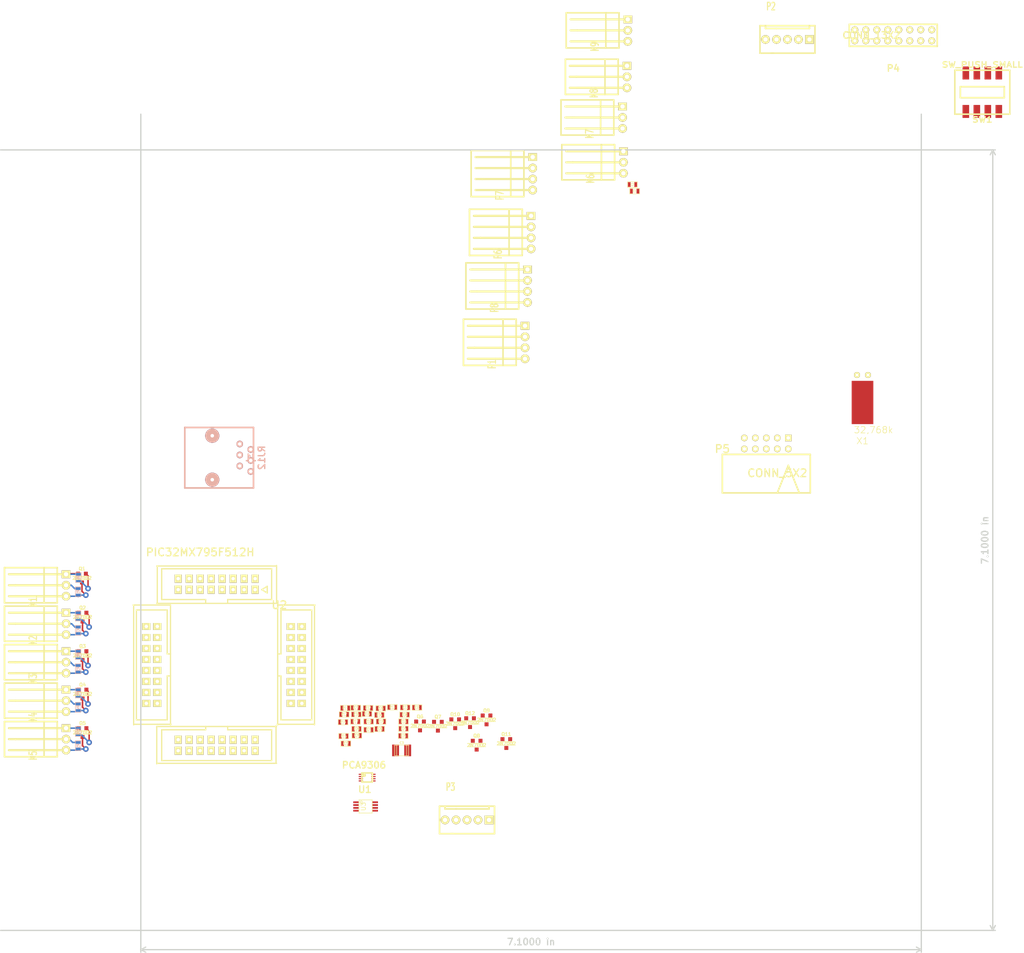
<source format=kicad_pcb>
(kicad_pcb (version 3) (host pcbnew "(2013-jul-07)-stable")

  (general
    (links 187)
    (no_connects 161)
    (area 38.5445 51.8795 278.240066 329.907781)
    (thickness 1.6)
    (drawings 2)
    (tracks 83)
    (zones 0)
    (modules 73)
    (nets 71)
  )

  (page A3 portrait)
  (layers
    (15 F.Cu signal)
    (0 B.Cu signal)
    (16 B.Adhes user)
    (17 F.Adhes user)
    (18 B.Paste user)
    (19 F.Paste user)
    (20 B.SilkS user)
    (21 F.SilkS user)
    (22 B.Mask user)
    (23 F.Mask user)
    (24 Dwgs.User user)
    (25 Cmts.User user)
    (26 Eco1.User user)
    (27 Eco2.User user)
    (28 Edge.Cuts user)
  )

  (setup
    (last_trace_width 0.254)
    (user_trace_width 0.3)
    (user_trace_width 0.35)
    (trace_clearance 0.254)
    (zone_clearance 0.508)
    (zone_45_only no)
    (trace_min 0.254)
    (segment_width 0.2)
    (edge_width 0.15)
    (via_size 0.889)
    (via_drill 0.635)
    (via_min_size 0.889)
    (via_min_drill 0.508)
    (user_via 1.3 0.6)
    (uvia_size 0.508)
    (uvia_drill 0.127)
    (uvias_allowed no)
    (uvia_min_size 0.508)
    (uvia_min_drill 0.127)
    (pcb_text_width 0.3)
    (pcb_text_size 1.5 1.5)
    (mod_edge_width 0.15)
    (mod_text_size 1.5 1.5)
    (mod_text_width 0.15)
    (pad_size 1.4 1.4)
    (pad_drill 0.6)
    (pad_to_mask_clearance 0.2)
    (aux_axis_origin 0 0)
    (visible_elements FFFF7FBF)
    (pcbplotparams
      (layerselection 3178497)
      (usegerberextensions true)
      (excludeedgelayer true)
      (linewidth 0.150000)
      (plotframeref false)
      (viasonmask false)
      (mode 1)
      (useauxorigin false)
      (hpglpennumber 1)
      (hpglpenspeed 20)
      (hpglpendiameter 15)
      (hpglpenoverlay 2)
      (psnegative false)
      (psa4output false)
      (plotreference true)
      (plotvalue true)
      (plotothertext true)
      (plotinvisibletext false)
      (padsonsilk false)
      (subtractmaskfromsilk false)
      (outputformat 1)
      (mirror false)
      (drillshape 1)
      (scaleselection 1)
      (outputdirectory ""))
  )

  (net 0 "")
  (net 1 +12V)
  (net 2 +15V)
  (net 3 +3.3V)
  (net 4 +5V)
  (net 5 +5VD)
  (net 6 +BATT)
  (net 7 /IO1)
  (net 8 /IO10)
  (net 9 /IO11)
  (net 10 /IO12)
  (net 11 /IO18)
  (net 12 /IO19)
  (net 13 /IO2)
  (net 14 /IO20)
  (net 15 /IO21)
  (net 16 /IO22)
  (net 17 /IO23)
  (net 18 /IO24)
  (net 19 /IO25)
  (net 20 /IO3)
  (net 21 /IO4)
  (net 22 /IO5)
  (net 23 /IO6)
  (net 24 /IO7)
  (net 25 /IO8)
  (net 26 /IO9)
  (net 27 /OC1)
  (net 28 /OC2)
  (net 29 /OC3)
  (net 30 /OC4)
  (net 31 /OC5)
  (net 32 /PGEC1)
  (net 33 /PGED1)
  (net 34 /RST)
  (net 35 /RSTA)
  (net 36 /RX2)
  (net 37 /RX2-5V)
  (net 38 /RX5)
  (net 39 /RX5-5V)
  (net 40 /RX6)
  (net 41 /RX6-5V)
  (net 42 /SCL1)
  (net 43 /SCL1-5V)
  (net 44 /SDA1)
  (net 45 /SDA1-5V)
  (net 46 /TX2)
  (net 47 /TX2-5V)
  (net 48 /TX5)
  (net 49 /TX5-5V)
  (net 50 /TX6)
  (net 51 /TX6-5V)
  (net 52 GND)
  (net 53 N-0000011)
  (net 54 N-0000013)
  (net 55 N-0000014)
  (net 56 N-0000015)
  (net 57 N-0000016)
  (net 58 N-000002)
  (net 59 N-000004)
  (net 60 N-0000040)
  (net 61 N-000005)
  (net 62 N-0000051)
  (net 63 N-0000052)
  (net 64 N-0000083)
  (net 65 N-0000085)
  (net 66 N-0000086)
  (net 67 N-0000087)
  (net 68 N-0000091)
  (net 69 N-0000093)
  (net 70 N-0000095)

  (net_class Default "Ceci est la Netclass par défaut"
    (clearance 0.254)
    (trace_width 0.254)
    (via_dia 0.889)
    (via_drill 0.635)
    (uvia_dia 0.508)
    (uvia_drill 0.127)
    (add_net "")
    (add_net +12V)
    (add_net +15V)
    (add_net +3.3V)
    (add_net +5V)
    (add_net +5VD)
    (add_net +BATT)
    (add_net /IO1)
    (add_net /IO10)
    (add_net /IO11)
    (add_net /IO12)
    (add_net /IO18)
    (add_net /IO19)
    (add_net /IO2)
    (add_net /IO20)
    (add_net /IO21)
    (add_net /IO22)
    (add_net /IO23)
    (add_net /IO24)
    (add_net /IO25)
    (add_net /IO3)
    (add_net /IO4)
    (add_net /IO5)
    (add_net /IO6)
    (add_net /IO7)
    (add_net /IO8)
    (add_net /IO9)
    (add_net /OC1)
    (add_net /OC2)
    (add_net /OC3)
    (add_net /OC4)
    (add_net /OC5)
    (add_net /PGEC1)
    (add_net /PGED1)
    (add_net /RST)
    (add_net /RSTA)
    (add_net /RX2)
    (add_net /RX2-5V)
    (add_net /RX5)
    (add_net /RX5-5V)
    (add_net /RX6)
    (add_net /RX6-5V)
    (add_net /SCL1)
    (add_net /SCL1-5V)
    (add_net /SDA1)
    (add_net /SDA1-5V)
    (add_net /TX2)
    (add_net /TX2-5V)
    (add_net /TX5)
    (add_net /TX5-5V)
    (add_net /TX6)
    (add_net /TX6-5V)
    (add_net GND)
    (add_net N-0000011)
    (add_net N-0000013)
    (add_net N-0000014)
    (add_net N-0000015)
    (add_net N-0000016)
    (add_net N-000002)
    (add_net N-000004)
    (add_net N-0000040)
    (add_net N-000005)
    (add_net N-0000051)
    (add_net N-0000052)
    (add_net N-0000083)
    (add_net N-0000085)
    (add_net N-0000086)
    (add_net N-0000087)
    (add_net N-0000091)
    (add_net N-0000093)
    (add_net N-0000095)
  )

  (module VSSOP-8 (layer F.Cu) (tedit 4FD3B8D7) (tstamp 55A3E34F)
    (at 124.714 284.734)
    (path /55A279B9)
    (fp_text reference U1 (at -0.5588 2.7432) (layer F.SilkS)
      (effects (font (size 1.524 1.524) (thickness 0.3048)))
    )
    (fp_text value PCA9306 (at -0.762 -2.8956) (layer F.SilkS)
      (effects (font (size 1.524 1.524) (thickness 0.3048)))
    )
    (fp_circle (center -0.7112 -0.5588) (end -0.6604 -0.5588) (layer F.SilkS) (width 0.381))
    (fp_line (start -1.2319 1.016) (end 1.1811 1.016) (layer F.SilkS) (width 0.381))
    (fp_line (start 1.1811 1.016) (end 1.1811 -1.0795) (layer F.SilkS) (width 0.381))
    (fp_line (start 1.1811 -1.0795) (end -1.2319 -1.0795) (layer F.SilkS) (width 0.381))
    (fp_line (start -1.2319 -1.0795) (end -1.2319 1.016) (layer F.SilkS) (width 0.381))
    (pad 4 smd rect (at -1.4732 0.762 90) (size 0.24892 1.00076)
      (layers F.Cu F.Paste F.Mask)
      (net 44 /SDA1)
    )
    (pad 3 smd rect (at -1.4732 0.254 90) (size 0.24892 1.00076)
      (layers F.Cu F.Paste F.Mask)
      (net 42 /SCL1)
    )
    (pad 2 smd rect (at -1.4732 -0.254 90) (size 0.24892 1.00076)
      (layers F.Cu F.Paste F.Mask)
      (net 3 +3.3V)
    )
    (pad 1 smd rect (at -1.4732 -0.762 90) (size 0.24892 1.00076)
      (layers F.Cu F.Paste F.Mask)
      (net 52 GND)
    )
    (pad 5 smd rect (at 1.4224 0.762 90) (size 0.24892 1.00076)
      (layers F.Cu F.Paste F.Mask)
      (net 67 N-0000087)
    )
    (pad 6 smd rect (at 1.4224 0.254 90) (size 0.24892 1.00076)
      (layers F.Cu F.Paste F.Mask)
      (net 66 N-0000086)
    )
    (pad 7 smd rect (at 1.4224 -0.254 90) (size 0.24892 1.00076)
      (layers F.Cu F.Paste F.Mask)
      (net 65 N-0000085)
    )
    (pad 8 smd rect (at 1.4224 -0.762 90) (size 0.24892 1.00076)
      (layers F.Cu F.Paste F.Mask)
      (net 65 N-0000085)
    )
    (model ../../../git-f4deb-cen-electronic-library/wings/VSSOP_8.wrl
      (at (xyz 0 0 0))
      (scale (xyz 1 1 1))
      (rotate (xyz 0 0 0))
    )
  )

  (module SWCMS4 (layer F.Cu) (tedit 531CDACB) (tstamp 55A3E363)
    (at 266.827 126.365)
    (descr "Switch CMS 4 elements")
    (tags "SWITCH DEV")
    (path /55A25145)
    (fp_text reference SW1 (at 0 6.35) (layer F.SilkS)
      (effects (font (size 1.27 1.524) (thickness 0.3048)))
    )
    (fp_text value SW_PUSH_SMALL (at 0 -6.35) (layer F.SilkS)
      (effects (font (size 1.27 1.524) (thickness 0.3048)))
    )
    (fp_line (start 5.08 -1.27) (end 5.08 1.27) (layer F.SilkS) (width 0.381))
    (fp_line (start 5.08 1.27) (end -5.08 1.27) (layer F.SilkS) (width 0.381))
    (fp_line (start -5.08 1.27) (end -5.08 -1.27) (layer F.SilkS) (width 0.381))
    (fp_line (start -5.08 -1.27) (end 5.08 -1.27) (layer F.SilkS) (width 0.381))
    (fp_line (start -6.35 5.08) (end -6.35 -5.08) (layer F.SilkS) (width 0.381))
    (fp_line (start -6.35 -5.08) (end 6.35 -5.08) (layer F.SilkS) (width 0.381))
    (fp_line (start 6.35 -5.08) (end 6.35 5.08) (layer F.SilkS) (width 0.381))
    (fp_line (start 6.35 5.08) (end -6.35 5.08) (layer F.SilkS) (width 0.381))
    (pad 1 smd rect (at -3.81 4.445) (size 1.524 3)
      (layers F.Cu F.Paste F.Mask)
      (net 35 /RSTA)
    )
    (pad 2 smd rect (at -1.27 4.445) (size 1.524 3)
      (layers F.Cu F.Paste F.Mask)
      (net 52 GND)
    )
    (pad 3 smd rect (at 1.27 4.445) (size 1.524 3)
      (layers F.Cu F.Paste F.Mask)
    )
    (pad 4 smd rect (at 3.81 4.445) (size 1.524 3)
      (layers F.Cu F.Paste F.Mask)
    )
    (pad 5 smd rect (at 3.81 -4.445) (size 1.524 3)
      (layers F.Cu F.Paste F.Mask)
    )
    (pad 6 smd rect (at 1.27 -4.445) (size 1.524 3)
      (layers F.Cu F.Paste F.Mask)
    )
    (pad 7 smd rect (at -1.27 -4.445) (size 1.524 3)
      (layers F.Cu F.Paste F.Mask)
    )
    (pad 8 smd rect (at -3.81 -4.445) (size 1.524 3)
      (layers F.Cu F.Paste F.Mask)
    )
  )

  (module SSOP8 (layer F.Cu) (tedit 46ADEAE0) (tstamp 55A3E374)
    (at 124.333 291.4015 270)
    (path /55A28C1C)
    (attr smd)
    (fp_text reference U3 (at 0 0.508 270) (layer F.SilkS)
      (effects (font (size 1.016 1.016) (thickness 0.1524)))
    )
    (fp_text value 24C512 (at 0 -0.762 270) (layer F.SilkS) hide
      (effects (font (size 0.762 0.508) (thickness 0.127)))
    )
    (fp_circle (center -1.016 1.016) (end -1.016 0.762) (layer F.SilkS) (width 0.1524))
    (fp_line (start 1.524 1.524) (end -1.524 1.524) (layer F.SilkS) (width 0.1524))
    (fp_line (start -1.524 1.524) (end -1.524 -1.524) (layer F.SilkS) (width 0.1524))
    (fp_line (start -1.524 -1.524) (end 1.524 -1.524) (layer F.SilkS) (width 0.1524))
    (fp_line (start 1.524 -1.524) (end 1.524 1.524) (layer F.SilkS) (width 0.1524))
    (pad 1 smd rect (at -0.9779 2.2225 270) (size 0.4064 1.27)
      (layers F.Cu F.Paste F.Mask)
      (net 52 GND)
    )
    (pad 2 smd rect (at -0.3302 2.2225 270) (size 0.4064 1.27)
      (layers F.Cu F.Paste F.Mask)
      (net 52 GND)
    )
    (pad 3 smd rect (at 0.3302 2.2225 270) (size 0.4064 1.27)
      (layers F.Cu F.Paste F.Mask)
      (net 52 GND)
    )
    (pad 4 smd rect (at 0.9779 2.2225 270) (size 0.4064 1.27)
      (layers F.Cu F.Paste F.Mask)
      (net 52 GND)
    )
    (pad 5 smd rect (at 0.9779 -2.2225 270) (size 0.4064 1.27)
      (layers F.Cu F.Paste F.Mask)
      (net 45 /SDA1-5V)
    )
    (pad 6 smd rect (at 0.3302 -2.2225 270) (size 0.4064 1.27)
      (layers F.Cu F.Paste F.Mask)
      (net 43 /SCL1-5V)
    )
    (pad 7 smd rect (at -0.3302 -2.2225 270) (size 0.4064 1.27)
      (layers F.Cu F.Paste F.Mask)
      (net 52 GND)
    )
    (pad 8 smd rect (at -0.9779 -2.2225 270) (size 0.4064 1.27)
      (layers F.Cu F.Paste F.Mask)
      (net 4 +5V)
    )
    (model smd/cms_so8.wrl
      (at (xyz 0 0 0))
      (scale (xyz 0.25 0.25 0.25))
      (rotate (xyz 0 0 0))
    )
  )

  (module SOT23GDS (layer F.Cu) (tedit 451262E6) (tstamp 55A3E37F)
    (at 136.906 272.796)
    (descr "Module CMS SOT23 Transistore EBC")
    (tags "CMS SOT")
    (path /55A250F3)
    (attr smd)
    (fp_text reference Q6 (at 0 -2.159) (layer F.SilkS)
      (effects (font (size 0.762 0.762) (thickness 0.1905)))
    )
    (fp_text value 2N7002 (at 0 0) (layer F.SilkS)
      (effects (font (size 0.762 0.762) (thickness 0.1905)))
    )
    (fp_line (start -1.524 -0.381) (end 1.524 -0.381) (layer F.SilkS) (width 0.127))
    (fp_line (start 1.524 -0.381) (end 1.524 0.381) (layer F.SilkS) (width 0.127))
    (fp_line (start 1.524 0.381) (end -1.524 0.381) (layer F.SilkS) (width 0.127))
    (fp_line (start -1.524 0.381) (end -1.524 -0.381) (layer F.SilkS) (width 0.127))
    (pad S smd rect (at -0.889 -1.016) (size 0.9144 0.9144)
      (layers F.Cu F.Paste F.Mask)
      (net 52 GND)
    )
    (pad G smd rect (at 0.889 -1.016) (size 0.9144 0.9144)
      (layers F.Cu F.Paste F.Mask)
      (net 34 /RST)
    )
    (pad D smd rect (at 0 1.016) (size 0.9144 0.9144)
      (layers F.Cu F.Paste F.Mask)
      (net 35 /RSTA)
    )
    (model smd/cms_sot23.wrl
      (at (xyz 0 0 0))
      (scale (xyz 0.13 0.15 0.15))
      (rotate (xyz 0 0 0))
    )
  )

  (module SOT23GDS (layer F.Cu) (tedit 451262E6) (tstamp 55A3E38A)
    (at 141.0335 272.8595)
    (descr "Module CMS SOT23 Transistore EBC")
    (tags "CMS SOT")
    (path /55A297B4)
    (attr smd)
    (fp_text reference Q7 (at 0 -2.159) (layer F.SilkS)
      (effects (font (size 0.762 0.762) (thickness 0.1905)))
    )
    (fp_text value 2N7002 (at 0 0) (layer F.SilkS)
      (effects (font (size 0.762 0.762) (thickness 0.1905)))
    )
    (fp_line (start -1.524 -0.381) (end 1.524 -0.381) (layer F.SilkS) (width 0.127))
    (fp_line (start 1.524 -0.381) (end 1.524 0.381) (layer F.SilkS) (width 0.127))
    (fp_line (start 1.524 0.381) (end -1.524 0.381) (layer F.SilkS) (width 0.127))
    (fp_line (start -1.524 0.381) (end -1.524 -0.381) (layer F.SilkS) (width 0.127))
    (pad S smd rect (at -0.889 -1.016) (size 0.9144 0.9144)
      (layers F.Cu F.Paste F.Mask)
      (net 52 GND)
    )
    (pad G smd rect (at 0.889 -1.016) (size 0.9144 0.9144)
      (layers F.Cu F.Paste F.Mask)
      (net 46 /TX2)
    )
    (pad D smd rect (at 0 1.016) (size 0.9144 0.9144)
      (layers F.Cu F.Paste F.Mask)
      (net 70 N-0000095)
    )
    (model smd/cms_sot23.wrl
      (at (xyz 0 0 0))
      (scale (xyz 0.13 0.15 0.15))
      (rotate (xyz 0 0 0))
    )
  )

  (module SOT23GDS (layer F.Cu) (tedit 451262E6) (tstamp 55A3E395)
    (at 145.034 272.288)
    (descr "Module CMS SOT23 Transistore EBC")
    (tags "CMS SOT")
    (path /55A297CD)
    (attr smd)
    (fp_text reference Q10 (at 0 -2.159) (layer F.SilkS)
      (effects (font (size 0.762 0.762) (thickness 0.1905)))
    )
    (fp_text value 2N7002 (at 0 0) (layer F.SilkS)
      (effects (font (size 0.762 0.762) (thickness 0.1905)))
    )
    (fp_line (start -1.524 -0.381) (end 1.524 -0.381) (layer F.SilkS) (width 0.127))
    (fp_line (start 1.524 -0.381) (end 1.524 0.381) (layer F.SilkS) (width 0.127))
    (fp_line (start 1.524 0.381) (end -1.524 0.381) (layer F.SilkS) (width 0.127))
    (fp_line (start -1.524 0.381) (end -1.524 -0.381) (layer F.SilkS) (width 0.127))
    (pad S smd rect (at -0.889 -1.016) (size 0.9144 0.9144)
      (layers F.Cu F.Paste F.Mask)
      (net 52 GND)
    )
    (pad G smd rect (at 0.889 -1.016) (size 0.9144 0.9144)
      (layers F.Cu F.Paste F.Mask)
      (net 70 N-0000095)
    )
    (pad D smd rect (at 0 1.016) (size 0.9144 0.9144)
      (layers F.Cu F.Paste F.Mask)
      (net 47 /TX2-5V)
    )
    (model smd/cms_sot23.wrl
      (at (xyz 0 0 0))
      (scale (xyz 0.13 0.15 0.15))
      (rotate (xyz 0 0 0))
    )
  )

  (module SOT23GDS (layer F.Cu) (tedit 451262E6) (tstamp 55A3E3A0)
    (at 148.463 272.034)
    (descr "Module CMS SOT23 Transistore EBC")
    (tags "CMS SOT")
    (path /55A2A51C)
    (attr smd)
    (fp_text reference Q12 (at 0 -2.159) (layer F.SilkS)
      (effects (font (size 0.762 0.762) (thickness 0.1905)))
    )
    (fp_text value 2N7002 (at 0 0) (layer F.SilkS)
      (effects (font (size 0.762 0.762) (thickness 0.1905)))
    )
    (fp_line (start -1.524 -0.381) (end 1.524 -0.381) (layer F.SilkS) (width 0.127))
    (fp_line (start 1.524 -0.381) (end 1.524 0.381) (layer F.SilkS) (width 0.127))
    (fp_line (start 1.524 0.381) (end -1.524 0.381) (layer F.SilkS) (width 0.127))
    (fp_line (start -1.524 0.381) (end -1.524 -0.381) (layer F.SilkS) (width 0.127))
    (pad S smd rect (at -0.889 -1.016) (size 0.9144 0.9144)
      (layers F.Cu F.Paste F.Mask)
      (net 52 GND)
    )
    (pad G smd rect (at 0.889 -1.016) (size 0.9144 0.9144)
      (layers F.Cu F.Paste F.Mask)
      (net 69 N-0000093)
    )
    (pad D smd rect (at 0 1.016) (size 0.9144 0.9144)
      (layers F.Cu F.Paste F.Mask)
      (net 51 /TX6-5V)
    )
    (model smd/cms_sot23.wrl
      (at (xyz 0 0 0))
      (scale (xyz 0.13 0.15 0.15))
      (rotate (xyz 0 0 0))
    )
  )

  (module SOT23GDS (layer F.Cu) (tedit 451262E6) (tstamp 55A3E3AB)
    (at 152.273 271.399)
    (descr "Module CMS SOT23 Transistore EBC")
    (tags "CMS SOT")
    (path /55A2A516)
    (attr smd)
    (fp_text reference Q9 (at 0 -2.159) (layer F.SilkS)
      (effects (font (size 0.762 0.762) (thickness 0.1905)))
    )
    (fp_text value 2N7002 (at 0 0) (layer F.SilkS)
      (effects (font (size 0.762 0.762) (thickness 0.1905)))
    )
    (fp_line (start -1.524 -0.381) (end 1.524 -0.381) (layer F.SilkS) (width 0.127))
    (fp_line (start 1.524 -0.381) (end 1.524 0.381) (layer F.SilkS) (width 0.127))
    (fp_line (start 1.524 0.381) (end -1.524 0.381) (layer F.SilkS) (width 0.127))
    (fp_line (start -1.524 0.381) (end -1.524 -0.381) (layer F.SilkS) (width 0.127))
    (pad S smd rect (at -0.889 -1.016) (size 0.9144 0.9144)
      (layers F.Cu F.Paste F.Mask)
      (net 52 GND)
    )
    (pad G smd rect (at 0.889 -1.016) (size 0.9144 0.9144)
      (layers F.Cu F.Paste F.Mask)
      (net 50 /TX6)
    )
    (pad D smd rect (at 0 1.016) (size 0.9144 0.9144)
      (layers F.Cu F.Paste F.Mask)
      (net 69 N-0000093)
    )
    (model smd/cms_sot23.wrl
      (at (xyz 0 0 0))
      (scale (xyz 0.13 0.15 0.15))
      (rotate (xyz 0 0 0))
    )
  )

  (module SOT23GDS (layer F.Cu) (tedit 451262E6) (tstamp 55A3E3B6)
    (at 58.928 274.32)
    (descr "Module CMS SOT23 Transistore EBC")
    (tags "CMS SOT")
    (path /55A2798B)
    (attr smd)
    (fp_text reference Q5 (at 0 -2.159) (layer F.SilkS)
      (effects (font (size 0.762 0.762) (thickness 0.1905)))
    )
    (fp_text value 2N7002 (at 0 0) (layer F.SilkS)
      (effects (font (size 0.762 0.762) (thickness 0.1905)))
    )
    (fp_line (start -1.524 -0.381) (end 1.524 -0.381) (layer F.SilkS) (width 0.127))
    (fp_line (start 1.524 -0.381) (end 1.524 0.381) (layer F.SilkS) (width 0.127))
    (fp_line (start 1.524 0.381) (end -1.524 0.381) (layer F.SilkS) (width 0.127))
    (fp_line (start -1.524 0.381) (end -1.524 -0.381) (layer F.SilkS) (width 0.127))
    (pad S smd rect (at -0.889 -1.016) (size 0.9144 0.9144)
      (layers F.Cu F.Paste F.Mask)
      (net 52 GND)
    )
    (pad G smd rect (at 0.889 -1.016) (size 0.9144 0.9144)
      (layers F.Cu F.Paste F.Mask)
      (net 31 /OC5)
    )
    (pad D smd rect (at 0 1.016) (size 0.9144 0.9144)
      (layers F.Cu F.Paste F.Mask)
      (net 64 N-0000083)
    )
    (model smd/cms_sot23.wrl
      (at (xyz 0 0 0))
      (scale (xyz 0.13 0.15 0.15))
      (rotate (xyz 0 0 0))
    )
  )

  (module SOT23GDS (layer F.Cu) (tedit 451262E6) (tstamp 55A3E3C1)
    (at 58.928 265.43)
    (descr "Module CMS SOT23 Transistore EBC")
    (tags "CMS SOT")
    (path /55A2795F)
    (attr smd)
    (fp_text reference Q4 (at 0 -2.159) (layer F.SilkS)
      (effects (font (size 0.762 0.762) (thickness 0.1905)))
    )
    (fp_text value 2N7002 (at 0 0) (layer F.SilkS)
      (effects (font (size 0.762 0.762) (thickness 0.1905)))
    )
    (fp_line (start -1.524 -0.381) (end 1.524 -0.381) (layer F.SilkS) (width 0.127))
    (fp_line (start 1.524 -0.381) (end 1.524 0.381) (layer F.SilkS) (width 0.127))
    (fp_line (start 1.524 0.381) (end -1.524 0.381) (layer F.SilkS) (width 0.127))
    (fp_line (start -1.524 0.381) (end -1.524 -0.381) (layer F.SilkS) (width 0.127))
    (pad S smd rect (at -0.889 -1.016) (size 0.9144 0.9144)
      (layers F.Cu F.Paste F.Mask)
      (net 52 GND)
    )
    (pad G smd rect (at 0.889 -1.016) (size 0.9144 0.9144)
      (layers F.Cu F.Paste F.Mask)
      (net 30 /OC4)
    )
    (pad D smd rect (at 0 1.016) (size 0.9144 0.9144)
      (layers F.Cu F.Paste F.Mask)
      (net 54 N-0000013)
    )
    (model smd/cms_sot23.wrl
      (at (xyz 0 0 0))
      (scale (xyz 0.13 0.15 0.15))
      (rotate (xyz 0 0 0))
    )
  )

  (module SOT23GDS (layer F.Cu) (tedit 451262E6) (tstamp 55A3E3CC)
    (at 58.928 256.54)
    (descr "Module CMS SOT23 Transistore EBC")
    (tags "CMS SOT")
    (path /55A27933)
    (attr smd)
    (fp_text reference Q3 (at 0 -2.159) (layer F.SilkS)
      (effects (font (size 0.762 0.762) (thickness 0.1905)))
    )
    (fp_text value 2N7002 (at 0 0) (layer F.SilkS)
      (effects (font (size 0.762 0.762) (thickness 0.1905)))
    )
    (fp_line (start -1.524 -0.381) (end 1.524 -0.381) (layer F.SilkS) (width 0.127))
    (fp_line (start 1.524 -0.381) (end 1.524 0.381) (layer F.SilkS) (width 0.127))
    (fp_line (start 1.524 0.381) (end -1.524 0.381) (layer F.SilkS) (width 0.127))
    (fp_line (start -1.524 0.381) (end -1.524 -0.381) (layer F.SilkS) (width 0.127))
    (pad S smd rect (at -0.889 -1.016) (size 0.9144 0.9144)
      (layers F.Cu F.Paste F.Mask)
      (net 52 GND)
    )
    (pad G smd rect (at 0.889 -1.016) (size 0.9144 0.9144)
      (layers F.Cu F.Paste F.Mask)
      (net 29 /OC3)
    )
    (pad D smd rect (at 0 1.016) (size 0.9144 0.9144)
      (layers F.Cu F.Paste F.Mask)
      (net 57 N-0000016)
    )
    (model smd/cms_sot23.wrl
      (at (xyz 0 0 0))
      (scale (xyz 0.13 0.15 0.15))
      (rotate (xyz 0 0 0))
    )
  )

  (module SOT23GDS (layer F.Cu) (tedit 451262E6) (tstamp 55A3E3D7)
    (at 149.987 277.241)
    (descr "Module CMS SOT23 Transistore EBC")
    (tags "CMS SOT")
    (path /55A2A4A1)
    (attr smd)
    (fp_text reference Q8 (at 0 -2.159) (layer F.SilkS)
      (effects (font (size 0.762 0.762) (thickness 0.1905)))
    )
    (fp_text value 2N7002 (at 0 0) (layer F.SilkS)
      (effects (font (size 0.762 0.762) (thickness 0.1905)))
    )
    (fp_line (start -1.524 -0.381) (end 1.524 -0.381) (layer F.SilkS) (width 0.127))
    (fp_line (start 1.524 -0.381) (end 1.524 0.381) (layer F.SilkS) (width 0.127))
    (fp_line (start 1.524 0.381) (end -1.524 0.381) (layer F.SilkS) (width 0.127))
    (fp_line (start -1.524 0.381) (end -1.524 -0.381) (layer F.SilkS) (width 0.127))
    (pad S smd rect (at -0.889 -1.016) (size 0.9144 0.9144)
      (layers F.Cu F.Paste F.Mask)
      (net 52 GND)
    )
    (pad G smd rect (at 0.889 -1.016) (size 0.9144 0.9144)
      (layers F.Cu F.Paste F.Mask)
      (net 48 /TX5)
    )
    (pad D smd rect (at 0 1.016) (size 0.9144 0.9144)
      (layers F.Cu F.Paste F.Mask)
      (net 68 N-0000091)
    )
    (model smd/cms_sot23.wrl
      (at (xyz 0 0 0))
      (scale (xyz 0.13 0.15 0.15))
      (rotate (xyz 0 0 0))
    )
  )

  (module SOT23GDS (layer F.Cu) (tedit 451262E6) (tstamp 55A3E3E2)
    (at 58.928 247.65)
    (descr "Module CMS SOT23 Transistore EBC")
    (tags "CMS SOT")
    (path /55A27907)
    (attr smd)
    (fp_text reference Q2 (at 0 -2.159) (layer F.SilkS)
      (effects (font (size 0.762 0.762) (thickness 0.1905)))
    )
    (fp_text value 2N7002 (at 0 0) (layer F.SilkS)
      (effects (font (size 0.762 0.762) (thickness 0.1905)))
    )
    (fp_line (start -1.524 -0.381) (end 1.524 -0.381) (layer F.SilkS) (width 0.127))
    (fp_line (start 1.524 -0.381) (end 1.524 0.381) (layer F.SilkS) (width 0.127))
    (fp_line (start 1.524 0.381) (end -1.524 0.381) (layer F.SilkS) (width 0.127))
    (fp_line (start -1.524 0.381) (end -1.524 -0.381) (layer F.SilkS) (width 0.127))
    (pad S smd rect (at -0.889 -1.016) (size 0.9144 0.9144)
      (layers F.Cu F.Paste F.Mask)
      (net 52 GND)
    )
    (pad G smd rect (at 0.889 -1.016) (size 0.9144 0.9144)
      (layers F.Cu F.Paste F.Mask)
      (net 28 /OC2)
    )
    (pad D smd rect (at 0 1.016) (size 0.9144 0.9144)
      (layers F.Cu F.Paste F.Mask)
      (net 56 N-0000015)
    )
    (model smd/cms_sot23.wrl
      (at (xyz 0 0 0))
      (scale (xyz 0.13 0.15 0.15))
      (rotate (xyz 0 0 0))
    )
  )

  (module SOT23GDS (layer F.Cu) (tedit 451262E6) (tstamp 55A3E3ED)
    (at 156.845 276.86)
    (descr "Module CMS SOT23 Transistore EBC")
    (tags "CMS SOT")
    (path /55A2A4A7)
    (attr smd)
    (fp_text reference Q11 (at 0 -2.159) (layer F.SilkS)
      (effects (font (size 0.762 0.762) (thickness 0.1905)))
    )
    (fp_text value 2N7002 (at 0 0) (layer F.SilkS)
      (effects (font (size 0.762 0.762) (thickness 0.1905)))
    )
    (fp_line (start -1.524 -0.381) (end 1.524 -0.381) (layer F.SilkS) (width 0.127))
    (fp_line (start 1.524 -0.381) (end 1.524 0.381) (layer F.SilkS) (width 0.127))
    (fp_line (start 1.524 0.381) (end -1.524 0.381) (layer F.SilkS) (width 0.127))
    (fp_line (start -1.524 0.381) (end -1.524 -0.381) (layer F.SilkS) (width 0.127))
    (pad S smd rect (at -0.889 -1.016) (size 0.9144 0.9144)
      (layers F.Cu F.Paste F.Mask)
      (net 52 GND)
    )
    (pad G smd rect (at 0.889 -1.016) (size 0.9144 0.9144)
      (layers F.Cu F.Paste F.Mask)
      (net 68 N-0000091)
    )
    (pad D smd rect (at 0 1.016) (size 0.9144 0.9144)
      (layers F.Cu F.Paste F.Mask)
      (net 49 /TX5-5V)
    )
    (model smd/cms_sot23.wrl
      (at (xyz 0 0 0))
      (scale (xyz 0.13 0.15 0.15))
      (rotate (xyz 0 0 0))
    )
  )

  (module SOT23GDS (layer F.Cu) (tedit 451262E6) (tstamp 55A3E3F8)
    (at 58.801 238.633)
    (descr "Module CMS SOT23 Transistore EBC")
    (tags "CMS SOT")
    (path /55A27674)
    (attr smd)
    (fp_text reference Q1 (at 0 -2.159) (layer F.SilkS)
      (effects (font (size 0.762 0.762) (thickness 0.1905)))
    )
    (fp_text value 2N7002 (at 0 0) (layer F.SilkS)
      (effects (font (size 0.762 0.762) (thickness 0.1905)))
    )
    (fp_line (start -1.524 -0.381) (end 1.524 -0.381) (layer F.SilkS) (width 0.127))
    (fp_line (start 1.524 -0.381) (end 1.524 0.381) (layer F.SilkS) (width 0.127))
    (fp_line (start 1.524 0.381) (end -1.524 0.381) (layer F.SilkS) (width 0.127))
    (fp_line (start -1.524 0.381) (end -1.524 -0.381) (layer F.SilkS) (width 0.127))
    (pad S smd rect (at -0.889 -1.016) (size 0.9144 0.9144)
      (layers F.Cu F.Paste F.Mask)
      (net 52 GND)
    )
    (pad G smd rect (at 0.889 -1.016) (size 0.9144 0.9144)
      (layers F.Cu F.Paste F.Mask)
      (net 27 /OC1)
    )
    (pad D smd rect (at 0 1.016) (size 0.9144 0.9144)
      (layers F.Cu F.Paste F.Mask)
      (net 55 N-0000014)
    )
    (model smd/cms_sot23.wrl
      (at (xyz 0 0 0))
      (scale (xyz 0.13 0.15 0.15))
      (rotate (xyz 0 0 0))
    )
  )

  (module SM1210 (layer F.Cu) (tedit 5554DD18) (tstamp 55A3E404)
    (at 132.6515 278.4475)
    (descr "SMT capacitor, 1210")
    (path /55A24B95)
    (fp_text reference C3 (at 0.0254 -1.7526) (layer F.SilkS)
      (effects (font (size 0.50038 0.50038) (thickness 0.11938)))
    )
    (fp_text value 10u (at -0.0254 1.7272) (layer F.SilkS) hide
      (effects (font (size 0.50038 0.50038) (thickness 0.11938)))
    )
    (fp_line (start -1.6002 -1.2446) (end -1.6002 1.2446) (layer F.SilkS) (width 0.127))
    (fp_line (start 1.6002 1.2446) (end 1.6002 -1.2446) (layer F.SilkS) (width 0.127))
    (fp_line (start 1.143 -1.2446) (end 1.143 1.2446) (layer F.SilkS) (width 0.127))
    (fp_line (start -1.143 1.2446) (end -1.143 -1.2446) (layer F.SilkS) (width 0.127))
    (fp_line (start -1.6002 1.2446) (end 1.6002 1.2446) (layer F.SilkS) (width 0.127))
    (fp_line (start 1.6002 -1.2446) (end -1.6002 -1.2446) (layer F.SilkS) (width 0.127))
    (pad 1 smd rect (at 1.397 0) (size 1.6002 2.6924)
      (layers F.Cu F.Paste F.Mask)
      (net 60 N-0000040)
    )
    (pad 2 smd rect (at -1.397 0) (size 1.6002 2.6924)
      (layers F.Cu F.Paste F.Mask)
      (net 52 GND)
    )
    (model smd/capacitors/c_1210.wrl
      (at (xyz 0 0 0))
      (scale (xyz 1 1 1))
      (rotate (xyz 0 0 0))
    )
  )

  (module SM0603_Resistor (layer F.Cu) (tedit 455C3716) (tstamp 55A3E40E)
    (at 122.047 268.605)
    (path /55A2A501)
    (attr smd)
    (fp_text reference R27 (at 0 0) (layer F.SilkS)
      (effects (font (size 0.7112 0.4572) (thickness 0.1143)))
    )
    (fp_text value 22k (at 0 0) (layer F.SilkS) hide
      (effects (font (size 0.7112 0.4572) (thickness 0.1143)))
    )
    (fp_line (start -1.143 -0.635) (end 1.143 -0.635) (layer F.SilkS) (width 0.127))
    (fp_line (start 1.143 -0.635) (end 1.143 0.635) (layer F.SilkS) (width 0.127))
    (fp_line (start 1.143 0.635) (end -1.143 0.635) (layer F.SilkS) (width 0.127))
    (fp_line (start -1.143 0.635) (end -1.143 -0.635) (layer F.SilkS) (width 0.127))
    (pad 1 smd rect (at -0.762 0) (size 0.635 1.143)
      (layers F.Cu F.Paste F.Mask)
      (net 40 /RX6)
    )
    (pad 2 smd rect (at 0.762 0) (size 0.635 1.143)
      (layers F.Cu F.Paste F.Mask)
      (net 52 GND)
    )
    (model smd\resistors\R0603.wrl
      (at (xyz 0 0 0.001))
      (scale (xyz 0.5 0.5 0.5))
      (rotate (xyz 0 0 0))
    )
  )

  (module SM0603_Resistor (layer F.Cu) (tedit 455C3716) (tstamp 55A3E418)
    (at 124.9045 268.6685)
    (path /55A2A528)
    (attr smd)
    (fp_text reference R32 (at 0 0) (layer F.SilkS)
      (effects (font (size 0.7112 0.4572) (thickness 0.1143)))
    )
    (fp_text value 10k (at 0 0) (layer F.SilkS) hide
      (effects (font (size 0.7112 0.4572) (thickness 0.1143)))
    )
    (fp_line (start -1.143 -0.635) (end 1.143 -0.635) (layer F.SilkS) (width 0.127))
    (fp_line (start 1.143 -0.635) (end 1.143 0.635) (layer F.SilkS) (width 0.127))
    (fp_line (start 1.143 0.635) (end -1.143 0.635) (layer F.SilkS) (width 0.127))
    (fp_line (start -1.143 0.635) (end -1.143 -0.635) (layer F.SilkS) (width 0.127))
    (pad 1 smd rect (at -0.762 0) (size 0.635 1.143)
      (layers F.Cu F.Paste F.Mask)
      (net 69 N-0000093)
    )
    (pad 2 smd rect (at 0.762 0) (size 0.635 1.143)
      (layers F.Cu F.Paste F.Mask)
      (net 5 +5VD)
    )
    (model smd\resistors\R0603.wrl
      (at (xyz 0 0 0.001))
      (scale (xyz 0.5 0.5 0.5))
      (rotate (xyz 0 0 0))
    )
  )

  (module SM0603_Resistor (layer F.Cu) (tedit 455C3716) (tstamp 55A3E422)
    (at 127.8255 268.732)
    (path /55A2A4FB)
    (attr smd)
    (fp_text reference R26 (at 0 0) (layer F.SilkS)
      (effects (font (size 0.7112 0.4572) (thickness 0.1143)))
    )
    (fp_text value 12k (at 0 0) (layer F.SilkS) hide
      (effects (font (size 0.7112 0.4572) (thickness 0.1143)))
    )
    (fp_line (start -1.143 -0.635) (end 1.143 -0.635) (layer F.SilkS) (width 0.127))
    (fp_line (start 1.143 -0.635) (end 1.143 0.635) (layer F.SilkS) (width 0.127))
    (fp_line (start 1.143 0.635) (end -1.143 0.635) (layer F.SilkS) (width 0.127))
    (fp_line (start -1.143 0.635) (end -1.143 -0.635) (layer F.SilkS) (width 0.127))
    (pad 1 smd rect (at -0.762 0) (size 0.635 1.143)
      (layers F.Cu F.Paste F.Mask)
      (net 41 /RX6-5V)
    )
    (pad 2 smd rect (at 0.762 0) (size 0.635 1.143)
      (layers F.Cu F.Paste F.Mask)
      (net 40 /RX6)
    )
    (model smd\resistors\R0603.wrl
      (at (xyz 0 0 0.001))
      (scale (xyz 0.5 0.5 0.5))
      (rotate (xyz 0 0 0))
    )
  )

  (module SM0603_Resistor (layer F.Cu) (tedit 455C3716) (tstamp 55A3E42C)
    (at 122.174 270.129)
    (path /55A2A52E)
    (attr smd)
    (fp_text reference R35 (at 0 0) (layer F.SilkS)
      (effects (font (size 0.7112 0.4572) (thickness 0.1143)))
    )
    (fp_text value 10k (at 0 0) (layer F.SilkS) hide
      (effects (font (size 0.7112 0.4572) (thickness 0.1143)))
    )
    (fp_line (start -1.143 -0.635) (end 1.143 -0.635) (layer F.SilkS) (width 0.127))
    (fp_line (start 1.143 -0.635) (end 1.143 0.635) (layer F.SilkS) (width 0.127))
    (fp_line (start 1.143 0.635) (end -1.143 0.635) (layer F.SilkS) (width 0.127))
    (fp_line (start -1.143 0.635) (end -1.143 -0.635) (layer F.SilkS) (width 0.127))
    (pad 1 smd rect (at -0.762 0) (size 0.635 1.143)
      (layers F.Cu F.Paste F.Mask)
      (net 5 +5VD)
    )
    (pad 2 smd rect (at 0.762 0) (size 0.635 1.143)
      (layers F.Cu F.Paste F.Mask)
      (net 51 /TX6-5V)
    )
    (model smd\resistors\R0603.wrl
      (at (xyz 0 0 0.001))
      (scale (xyz 0.5 0.5 0.5))
      (rotate (xyz 0 0 0))
    )
  )

  (module SM0603_Resistor (layer F.Cu) (tedit 455C3716) (tstamp 55A3E436)
    (at 124.6505 270.002)
    (path /55A39109)
    (attr smd)
    (fp_text reference R16 (at 0 0) (layer F.SilkS)
      (effects (font (size 0.7112 0.4572) (thickness 0.1143)))
    )
    (fp_text value 47k (at 0 0) (layer F.SilkS) hide
      (effects (font (size 0.7112 0.4572) (thickness 0.1143)))
    )
    (fp_line (start -1.143 -0.635) (end 1.143 -0.635) (layer F.SilkS) (width 0.127))
    (fp_line (start 1.143 -0.635) (end 1.143 0.635) (layer F.SilkS) (width 0.127))
    (fp_line (start 1.143 0.635) (end -1.143 0.635) (layer F.SilkS) (width 0.127))
    (fp_line (start -1.143 0.635) (end -1.143 -0.635) (layer F.SilkS) (width 0.127))
    (pad 1 smd rect (at -0.762 0) (size 0.635 1.143)
      (layers F.Cu F.Paste F.Mask)
      (net 53 N-0000011)
    )
    (pad 2 smd rect (at 0.762 0) (size 0.635 1.143)
      (layers F.Cu F.Paste F.Mask)
      (net 25 /IO8)
    )
    (model smd\resistors\R0603.wrl
      (at (xyz 0 0 0.001))
      (scale (xyz 0.5 0.5 0.5))
      (rotate (xyz 0 0 0))
    )
  )

  (module SM0603_Resistor (layer F.Cu) (tedit 455C3716) (tstamp 55A3E440)
    (at 127.508 270.256)
    (path /55A2A4B9)
    (attr smd)
    (fp_text reference R34 (at 0 0) (layer F.SilkS)
      (effects (font (size 0.7112 0.4572) (thickness 0.1143)))
    )
    (fp_text value 10k (at 0 0) (layer F.SilkS) hide
      (effects (font (size 0.7112 0.4572) (thickness 0.1143)))
    )
    (fp_line (start -1.143 -0.635) (end 1.143 -0.635) (layer F.SilkS) (width 0.127))
    (fp_line (start 1.143 -0.635) (end 1.143 0.635) (layer F.SilkS) (width 0.127))
    (fp_line (start 1.143 0.635) (end -1.143 0.635) (layer F.SilkS) (width 0.127))
    (fp_line (start -1.143 0.635) (end -1.143 -0.635) (layer F.SilkS) (width 0.127))
    (pad 1 smd rect (at -0.762 0) (size 0.635 1.143)
      (layers F.Cu F.Paste F.Mask)
      (net 5 +5VD)
    )
    (pad 2 smd rect (at 0.762 0) (size 0.635 1.143)
      (layers F.Cu F.Paste F.Mask)
      (net 49 /TX5-5V)
    )
    (model smd\resistors\R0603.wrl
      (at (xyz 0 0 0.001))
      (scale (xyz 0.5 0.5 0.5))
      (rotate (xyz 0 0 0))
    )
  )

  (module SM0603_Resistor (layer F.Cu) (tedit 455C3716) (tstamp 55A3E44A)
    (at 121.9835 271.78)
    (path /55A39118)
    (attr smd)
    (fp_text reference R17 (at 0 0) (layer F.SilkS)
      (effects (font (size 0.7112 0.4572) (thickness 0.1143)))
    )
    (fp_text value 18k (at 0 0) (layer F.SilkS) hide
      (effects (font (size 0.7112 0.4572) (thickness 0.1143)))
    )
    (fp_line (start -1.143 -0.635) (end 1.143 -0.635) (layer F.SilkS) (width 0.127))
    (fp_line (start 1.143 -0.635) (end 1.143 0.635) (layer F.SilkS) (width 0.127))
    (fp_line (start 1.143 0.635) (end -1.143 0.635) (layer F.SilkS) (width 0.127))
    (fp_line (start -1.143 0.635) (end -1.143 -0.635) (layer F.SilkS) (width 0.127))
    (pad 1 smd rect (at -0.762 0) (size 0.635 1.143)
      (layers F.Cu F.Paste F.Mask)
      (net 25 /IO8)
    )
    (pad 2 smd rect (at 0.762 0) (size 0.635 1.143)
      (layers F.Cu F.Paste F.Mask)
      (net 52 GND)
    )
    (model smd\resistors\R0603.wrl
      (at (xyz 0 0 0.001))
      (scale (xyz 0.5 0.5 0.5))
      (rotate (xyz 0 0 0))
    )
  )

  (module SM0603_Resistor (layer F.Cu) (tedit 455C3716) (tstamp 55A3E454)
    (at 125.0315 271.78)
    (path /55A3994E)
    (attr smd)
    (fp_text reference R18 (at 0 0) (layer F.SilkS)
      (effects (font (size 0.7112 0.4572) (thickness 0.1143)))
    )
    (fp_text value R47k (at 0 0) (layer F.SilkS) hide
      (effects (font (size 0.7112 0.4572) (thickness 0.1143)))
    )
    (fp_line (start -1.143 -0.635) (end 1.143 -0.635) (layer F.SilkS) (width 0.127))
    (fp_line (start 1.143 -0.635) (end 1.143 0.635) (layer F.SilkS) (width 0.127))
    (fp_line (start 1.143 0.635) (end -1.143 0.635) (layer F.SilkS) (width 0.127))
    (fp_line (start -1.143 0.635) (end -1.143 -0.635) (layer F.SilkS) (width 0.127))
    (pad 1 smd rect (at -0.762 0) (size 0.635 1.143)
      (layers F.Cu F.Paste F.Mask)
      (net 61 N-000005)
    )
    (pad 2 smd rect (at 0.762 0) (size 0.635 1.143)
      (layers F.Cu F.Paste F.Mask)
      (net 25 /IO8)
    )
    (model smd\resistors\R0603.wrl
      (at (xyz 0 0 0.001))
      (scale (xyz 0.5 0.5 0.5))
      (rotate (xyz 0 0 0))
    )
  )

  (module SM0603_Resistor (layer F.Cu) (tedit 455C3716) (tstamp 55A3E45E)
    (at 127.889 271.78)
    (path /55A39954)
    (attr smd)
    (fp_text reference R19 (at 0 0) (layer F.SilkS)
      (effects (font (size 0.7112 0.4572) (thickness 0.1143)))
    )
    (fp_text value 18k (at 0 0) (layer F.SilkS) hide
      (effects (font (size 0.7112 0.4572) (thickness 0.1143)))
    )
    (fp_line (start -1.143 -0.635) (end 1.143 -0.635) (layer F.SilkS) (width 0.127))
    (fp_line (start 1.143 -0.635) (end 1.143 0.635) (layer F.SilkS) (width 0.127))
    (fp_line (start 1.143 0.635) (end -1.143 0.635) (layer F.SilkS) (width 0.127))
    (fp_line (start -1.143 0.635) (end -1.143 -0.635) (layer F.SilkS) (width 0.127))
    (pad 1 smd rect (at -0.762 0) (size 0.635 1.143)
      (layers F.Cu F.Paste F.Mask)
      (net 25 /IO8)
    )
    (pad 2 smd rect (at 0.762 0) (size 0.635 1.143)
      (layers F.Cu F.Paste F.Mask)
      (net 52 GND)
    )
    (model smd\resistors\R0603.wrl
      (at (xyz 0 0 0.001))
      (scale (xyz 0.5 0.5 0.5))
      (rotate (xyz 0 0 0))
    )
  )

  (module SM0603_Resistor (layer F.Cu) (tedit 455C3716) (tstamp 55A3E468)
    (at 122.2375 273.4945)
    (path /55A3997C)
    (attr smd)
    (fp_text reference R20 (at 0 0) (layer F.SilkS)
      (effects (font (size 0.7112 0.4572) (thickness 0.1143)))
    )
    (fp_text value 47k (at 0 0) (layer F.SilkS) hide
      (effects (font (size 0.7112 0.4572) (thickness 0.1143)))
    )
    (fp_line (start -1.143 -0.635) (end 1.143 -0.635) (layer F.SilkS) (width 0.127))
    (fp_line (start 1.143 -0.635) (end 1.143 0.635) (layer F.SilkS) (width 0.127))
    (fp_line (start 1.143 0.635) (end -1.143 0.635) (layer F.SilkS) (width 0.127))
    (fp_line (start -1.143 0.635) (end -1.143 -0.635) (layer F.SilkS) (width 0.127))
    (pad 1 smd rect (at -0.762 0) (size 0.635 1.143)
      (layers F.Cu F.Paste F.Mask)
      (net 58 N-000002)
    )
    (pad 2 smd rect (at 0.762 0) (size 0.635 1.143)
      (layers F.Cu F.Paste F.Mask)
      (net 25 /IO8)
    )
    (model smd\resistors\R0603.wrl
      (at (xyz 0 0 0.001))
      (scale (xyz 0.5 0.5 0.5))
      (rotate (xyz 0 0 0))
    )
  )

  (module SM0603_Resistor (layer F.Cu) (tedit 455C3716) (tstamp 55A3E472)
    (at 125.0315 273.685)
    (path /55A39982)
    (attr smd)
    (fp_text reference R21 (at 0 0) (layer F.SilkS)
      (effects (font (size 0.7112 0.4572) (thickness 0.1143)))
    )
    (fp_text value 18k (at 0 0) (layer F.SilkS) hide
      (effects (font (size 0.7112 0.4572) (thickness 0.1143)))
    )
    (fp_line (start -1.143 -0.635) (end 1.143 -0.635) (layer F.SilkS) (width 0.127))
    (fp_line (start 1.143 -0.635) (end 1.143 0.635) (layer F.SilkS) (width 0.127))
    (fp_line (start 1.143 0.635) (end -1.143 0.635) (layer F.SilkS) (width 0.127))
    (fp_line (start -1.143 0.635) (end -1.143 -0.635) (layer F.SilkS) (width 0.127))
    (pad 1 smd rect (at -0.762 0) (size 0.635 1.143)
      (layers F.Cu F.Paste F.Mask)
      (net 25 /IO8)
    )
    (pad 2 smd rect (at 0.762 0) (size 0.635 1.143)
      (layers F.Cu F.Paste F.Mask)
      (net 52 GND)
    )
    (model smd\resistors\R0603.wrl
      (at (xyz 0 0 0.001))
      (scale (xyz 0.5 0.5 0.5))
      (rotate (xyz 0 0 0))
    )
  )

  (module SM0603_Resistor (layer F.Cu) (tedit 455C3716) (tstamp 55A3E47C)
    (at 127.5715 273.4945)
    (path /55A399AA)
    (attr smd)
    (fp_text reference R28 (at 0 0) (layer F.SilkS)
      (effects (font (size 0.7112 0.4572) (thickness 0.1143)))
    )
    (fp_text value 47k (at 0 0) (layer F.SilkS) hide
      (effects (font (size 0.7112 0.4572) (thickness 0.1143)))
    )
    (fp_line (start -1.143 -0.635) (end 1.143 -0.635) (layer F.SilkS) (width 0.127))
    (fp_line (start 1.143 -0.635) (end 1.143 0.635) (layer F.SilkS) (width 0.127))
    (fp_line (start 1.143 0.635) (end -1.143 0.635) (layer F.SilkS) (width 0.127))
    (fp_line (start -1.143 0.635) (end -1.143 -0.635) (layer F.SilkS) (width 0.127))
    (pad 1 smd rect (at -0.762 0) (size 0.635 1.143)
      (layers F.Cu F.Paste F.Mask)
      (net 59 N-000004)
    )
    (pad 2 smd rect (at 0.762 0) (size 0.635 1.143)
      (layers F.Cu F.Paste F.Mask)
      (net 25 /IO8)
    )
    (model smd\resistors\R0603.wrl
      (at (xyz 0 0 0.001))
      (scale (xyz 0.5 0.5 0.5))
      (rotate (xyz 0 0 0))
    )
  )

  (module SM0603_Resistor (layer F.Cu) (tedit 455C3716) (tstamp 55A3E486)
    (at 122.301 275.0185)
    (path /55A399B0)
    (attr smd)
    (fp_text reference R29 (at 0 0) (layer F.SilkS)
      (effects (font (size 0.7112 0.4572) (thickness 0.1143)))
    )
    (fp_text value 18k (at 0 0) (layer F.SilkS) hide
      (effects (font (size 0.7112 0.4572) (thickness 0.1143)))
    )
    (fp_line (start -1.143 -0.635) (end 1.143 -0.635) (layer F.SilkS) (width 0.127))
    (fp_line (start 1.143 -0.635) (end 1.143 0.635) (layer F.SilkS) (width 0.127))
    (fp_line (start 1.143 0.635) (end -1.143 0.635) (layer F.SilkS) (width 0.127))
    (fp_line (start -1.143 0.635) (end -1.143 -0.635) (layer F.SilkS) (width 0.127))
    (pad 1 smd rect (at -0.762 0) (size 0.635 1.143)
      (layers F.Cu F.Paste F.Mask)
      (net 25 /IO8)
    )
    (pad 2 smd rect (at 0.762 0) (size 0.635 1.143)
      (layers F.Cu F.Paste F.Mask)
      (net 52 GND)
    )
    (model smd\resistors\R0603.wrl
      (at (xyz 0 0 0.001))
      (scale (xyz 0.5 0.5 0.5))
      (rotate (xyz 0 0 0))
    )
  )

  (module SM0603_Resistor (layer B.Cu) (tedit 455C3716) (tstamp 55A3E490)
    (at 57.9755 238.506 270)
    (path /55A392C6)
    (attr smd)
    (fp_text reference R6 (at 0 0 270) (layer B.SilkS)
      (effects (font (size 0.7112 0.4572) (thickness 0.1143)) (justify mirror))
    )
    (fp_text value 470k (at 0 0 270) (layer B.SilkS) hide
      (effects (font (size 0.7112 0.4572) (thickness 0.1143)) (justify mirror))
    )
    (fp_line (start -1.143 0.635) (end 1.143 0.635) (layer B.SilkS) (width 0.127))
    (fp_line (start 1.143 0.635) (end 1.143 -0.635) (layer B.SilkS) (width 0.127))
    (fp_line (start 1.143 -0.635) (end -1.143 -0.635) (layer B.SilkS) (width 0.127))
    (fp_line (start -1.143 -0.635) (end -1.143 0.635) (layer B.SilkS) (width 0.127))
    (pad 1 smd rect (at -0.762 0 270) (size 0.635 1.143)
      (layers B.Cu B.Paste B.Mask)
      (net 52 GND)
    )
    (pad 2 smd rect (at 0.762 0 270) (size 0.635 1.143)
      (layers B.Cu B.Paste B.Mask)
      (net 27 /OC1)
    )
    (model smd\resistors\R0603.wrl
      (at (xyz 0 0 0.001))
      (scale (xyz 0.5 0.5 0.5))
      (rotate (xyz 0 0 0))
    )
  )

  (module SM0603_Resistor (layer B.Cu) (tedit 455C3716) (tstamp 55A3E49A)
    (at 57.912 247.396 270)
    (path /55A3980C)
    (attr smd)
    (fp_text reference R7 (at 0 0 270) (layer B.SilkS)
      (effects (font (size 0.7112 0.4572) (thickness 0.1143)) (justify mirror))
    )
    (fp_text value 470k (at 0 0 270) (layer B.SilkS) hide
      (effects (font (size 0.7112 0.4572) (thickness 0.1143)) (justify mirror))
    )
    (fp_line (start -1.143 0.635) (end 1.143 0.635) (layer B.SilkS) (width 0.127))
    (fp_line (start 1.143 0.635) (end 1.143 -0.635) (layer B.SilkS) (width 0.127))
    (fp_line (start 1.143 -0.635) (end -1.143 -0.635) (layer B.SilkS) (width 0.127))
    (fp_line (start -1.143 -0.635) (end -1.143 0.635) (layer B.SilkS) (width 0.127))
    (pad 1 smd rect (at -0.762 0 270) (size 0.635 1.143)
      (layers B.Cu B.Paste B.Mask)
      (net 52 GND)
    )
    (pad 2 smd rect (at 0.762 0 270) (size 0.635 1.143)
      (layers B.Cu B.Paste B.Mask)
      (net 28 /OC2)
    )
    (model smd\resistors\R0603.wrl
      (at (xyz 0 0 0.001))
      (scale (xyz 0.5 0.5 0.5))
      (rotate (xyz 0 0 0))
    )
  )

  (module SM0603_Resistor (layer B.Cu) (tedit 455C3716) (tstamp 55A3E4A4)
    (at 57.912 256.286 270)
    (path /55A39C0B)
    (attr smd)
    (fp_text reference R8 (at 0 0 270) (layer B.SilkS)
      (effects (font (size 0.7112 0.4572) (thickness 0.1143)) (justify mirror))
    )
    (fp_text value 470k (at 0 0 270) (layer B.SilkS) hide
      (effects (font (size 0.7112 0.4572) (thickness 0.1143)) (justify mirror))
    )
    (fp_line (start -1.143 0.635) (end 1.143 0.635) (layer B.SilkS) (width 0.127))
    (fp_line (start 1.143 0.635) (end 1.143 -0.635) (layer B.SilkS) (width 0.127))
    (fp_line (start 1.143 -0.635) (end -1.143 -0.635) (layer B.SilkS) (width 0.127))
    (fp_line (start -1.143 -0.635) (end -1.143 0.635) (layer B.SilkS) (width 0.127))
    (pad 1 smd rect (at -0.762 0 270) (size 0.635 1.143)
      (layers B.Cu B.Paste B.Mask)
      (net 52 GND)
    )
    (pad 2 smd rect (at 0.762 0 270) (size 0.635 1.143)
      (layers B.Cu B.Paste B.Mask)
      (net 29 /OC3)
    )
    (model smd\resistors\R0603.wrl
      (at (xyz 0 0 0.001))
      (scale (xyz 0.5 0.5 0.5))
      (rotate (xyz 0 0 0))
    )
  )

  (module SM0603_Resistor (layer B.Cu) (tedit 455C3716) (tstamp 55A3E4AE)
    (at 57.912 265.176 270)
    (path /55A3A014)
    (attr smd)
    (fp_text reference R9 (at 0 0 270) (layer B.SilkS)
      (effects (font (size 0.7112 0.4572) (thickness 0.1143)) (justify mirror))
    )
    (fp_text value 470k (at 0 0 270) (layer B.SilkS) hide
      (effects (font (size 0.7112 0.4572) (thickness 0.1143)) (justify mirror))
    )
    (fp_line (start -1.143 0.635) (end 1.143 0.635) (layer B.SilkS) (width 0.127))
    (fp_line (start 1.143 0.635) (end 1.143 -0.635) (layer B.SilkS) (width 0.127))
    (fp_line (start 1.143 -0.635) (end -1.143 -0.635) (layer B.SilkS) (width 0.127))
    (fp_line (start -1.143 -0.635) (end -1.143 0.635) (layer B.SilkS) (width 0.127))
    (pad 1 smd rect (at -0.762 0 270) (size 0.635 1.143)
      (layers B.Cu B.Paste B.Mask)
      (net 52 GND)
    )
    (pad 2 smd rect (at 0.762 0 270) (size 0.635 1.143)
      (layers B.Cu B.Paste B.Mask)
      (net 30 /OC4)
    )
    (model smd\resistors\R0603.wrl
      (at (xyz 0 0 0.001))
      (scale (xyz 0.5 0.5 0.5))
      (rotate (xyz 0 0 0))
    )
  )

  (module SM0603_Resistor (layer B.Cu) (tedit 455C3716) (tstamp 55A3E4B8)
    (at 57.912 274.066 270)
    (path /55A3A43A)
    (attr smd)
    (fp_text reference R10 (at 0 0 270) (layer B.SilkS)
      (effects (font (size 0.7112 0.4572) (thickness 0.1143)) (justify mirror))
    )
    (fp_text value 470k (at 0 0 270) (layer B.SilkS) hide
      (effects (font (size 0.7112 0.4572) (thickness 0.1143)) (justify mirror))
    )
    (fp_line (start -1.143 0.635) (end 1.143 0.635) (layer B.SilkS) (width 0.127))
    (fp_line (start 1.143 0.635) (end 1.143 -0.635) (layer B.SilkS) (width 0.127))
    (fp_line (start 1.143 -0.635) (end -1.143 -0.635) (layer B.SilkS) (width 0.127))
    (fp_line (start -1.143 -0.635) (end -1.143 0.635) (layer B.SilkS) (width 0.127))
    (pad 1 smd rect (at -0.762 0 270) (size 0.635 1.143)
      (layers B.Cu B.Paste B.Mask)
      (net 52 GND)
    )
    (pad 2 smd rect (at 0.762 0 270) (size 0.635 1.143)
      (layers B.Cu B.Paste B.Mask)
      (net 31 /OC5)
    )
    (model smd\resistors\R0603.wrl
      (at (xyz 0 0 0.001))
      (scale (xyz 0.5 0.5 0.5))
      (rotate (xyz 0 0 0))
    )
  )

  (module SM0603_Resistor (layer B.Cu) (tedit 455C3716) (tstamp 55A3E4C2)
    (at 57.912 250.698 90)
    (path /55A2790D)
    (attr smd)
    (fp_text reference R2 (at 0 0 90) (layer B.SilkS)
      (effects (font (size 0.7112 0.4572) (thickness 0.1143)) (justify mirror))
    )
    (fp_text value 10k (at 0 0 90) (layer B.SilkS) hide
      (effects (font (size 0.7112 0.4572) (thickness 0.1143)) (justify mirror))
    )
    (fp_line (start -1.143 0.635) (end 1.143 0.635) (layer B.SilkS) (width 0.127))
    (fp_line (start 1.143 0.635) (end 1.143 -0.635) (layer B.SilkS) (width 0.127))
    (fp_line (start 1.143 -0.635) (end -1.143 -0.635) (layer B.SilkS) (width 0.127))
    (fp_line (start -1.143 -0.635) (end -1.143 0.635) (layer B.SilkS) (width 0.127))
    (pad 1 smd rect (at -0.762 0 90) (size 0.635 1.143)
      (layers B.Cu B.Paste B.Mask)
      (net 56 N-0000015)
    )
    (pad 2 smd rect (at 0.762 0 90) (size 0.635 1.143)
      (layers B.Cu B.Paste B.Mask)
      (net 5 +5VD)
    )
    (model smd\resistors\R0603.wrl
      (at (xyz 0 0 0.001))
      (scale (xyz 0.5 0.5 0.5))
      (rotate (xyz 0 0 0))
    )
  )

  (module SM0603_Resistor (layer B.Cu) (tedit 455C3716) (tstamp 55A3E4CC)
    (at 57.912 277.368 90)
    (path /55A27991)
    (attr smd)
    (fp_text reference R5 (at 0 0 90) (layer B.SilkS)
      (effects (font (size 0.7112 0.4572) (thickness 0.1143)) (justify mirror))
    )
    (fp_text value 10k (at 0 0 90) (layer B.SilkS) hide
      (effects (font (size 0.7112 0.4572) (thickness 0.1143)) (justify mirror))
    )
    (fp_line (start -1.143 0.635) (end 1.143 0.635) (layer B.SilkS) (width 0.127))
    (fp_line (start 1.143 0.635) (end 1.143 -0.635) (layer B.SilkS) (width 0.127))
    (fp_line (start 1.143 -0.635) (end -1.143 -0.635) (layer B.SilkS) (width 0.127))
    (fp_line (start -1.143 -0.635) (end -1.143 0.635) (layer B.SilkS) (width 0.127))
    (pad 1 smd rect (at -0.762 0 90) (size 0.635 1.143)
      (layers B.Cu B.Paste B.Mask)
      (net 64 N-0000083)
    )
    (pad 2 smd rect (at 0.762 0 90) (size 0.635 1.143)
      (layers B.Cu B.Paste B.Mask)
      (net 5 +5VD)
    )
    (model smd\resistors\R0603.wrl
      (at (xyz 0 0 0.001))
      (scale (xyz 0.5 0.5 0.5))
      (rotate (xyz 0 0 0))
    )
  )

  (module SM0603_Resistor (layer F.Cu) (tedit 455C3716) (tstamp 55A3E4D6)
    (at 119.634 268.6685)
    (path /55A27C08)
    (attr smd)
    (fp_text reference R11 (at 0 0) (layer F.SilkS)
      (effects (font (size 0.7112 0.4572) (thickness 0.1143)))
    )
    (fp_text value 2.1k (at 0 0) (layer F.SilkS) hide
      (effects (font (size 0.7112 0.4572) (thickness 0.1143)))
    )
    (fp_line (start -1.143 -0.635) (end 1.143 -0.635) (layer F.SilkS) (width 0.127))
    (fp_line (start 1.143 -0.635) (end 1.143 0.635) (layer F.SilkS) (width 0.127))
    (fp_line (start 1.143 0.635) (end -1.143 0.635) (layer F.SilkS) (width 0.127))
    (fp_line (start -1.143 0.635) (end -1.143 -0.635) (layer F.SilkS) (width 0.127))
    (pad 1 smd rect (at -0.762 0) (size 0.635 1.143)
      (layers F.Cu F.Paste F.Mask)
      (net 4 +5V)
    )
    (pad 2 smd rect (at 0.762 0) (size 0.635 1.143)
      (layers F.Cu F.Paste F.Mask)
      (net 66 N-0000086)
    )
    (model smd\resistors\R0603.wrl
      (at (xyz 0 0 0.001))
      (scale (xyz 0.5 0.5 0.5))
      (rotate (xyz 0 0 0))
    )
  )

  (module SM0603_Resistor (layer F.Cu) (tedit 455C3716) (tstamp 55A3E4E0)
    (at 119.38 270.129)
    (path /55A27C21)
    (attr smd)
    (fp_text reference R12 (at 0 0) (layer F.SilkS)
      (effects (font (size 0.7112 0.4572) (thickness 0.1143)))
    )
    (fp_text value 2.1k (at 0 0) (layer F.SilkS) hide
      (effects (font (size 0.7112 0.4572) (thickness 0.1143)))
    )
    (fp_line (start -1.143 -0.635) (end 1.143 -0.635) (layer F.SilkS) (width 0.127))
    (fp_line (start 1.143 -0.635) (end 1.143 0.635) (layer F.SilkS) (width 0.127))
    (fp_line (start 1.143 0.635) (end -1.143 0.635) (layer F.SilkS) (width 0.127))
    (fp_line (start -1.143 0.635) (end -1.143 -0.635) (layer F.SilkS) (width 0.127))
    (pad 1 smd rect (at -0.762 0) (size 0.635 1.143)
      (layers F.Cu F.Paste F.Mask)
      (net 4 +5V)
    )
    (pad 2 smd rect (at 0.762 0) (size 0.635 1.143)
      (layers F.Cu F.Paste F.Mask)
      (net 67 N-0000087)
    )
    (model smd\resistors\R0603.wrl
      (at (xyz 0 0 0.001))
      (scale (xyz 0.5 0.5 0.5))
      (rotate (xyz 0 0 0))
    )
  )

  (module SM0603_Resistor (layer B.Cu) (tedit 455C3716) (tstamp 55A3E4EA)
    (at 57.912 268.478 90)
    (path /55A27965)
    (attr smd)
    (fp_text reference R4 (at 0 0 90) (layer B.SilkS)
      (effects (font (size 0.7112 0.4572) (thickness 0.1143)) (justify mirror))
    )
    (fp_text value 10k (at 0 0 90) (layer B.SilkS) hide
      (effects (font (size 0.7112 0.4572) (thickness 0.1143)) (justify mirror))
    )
    (fp_line (start -1.143 0.635) (end 1.143 0.635) (layer B.SilkS) (width 0.127))
    (fp_line (start 1.143 0.635) (end 1.143 -0.635) (layer B.SilkS) (width 0.127))
    (fp_line (start 1.143 -0.635) (end -1.143 -0.635) (layer B.SilkS) (width 0.127))
    (fp_line (start -1.143 -0.635) (end -1.143 0.635) (layer B.SilkS) (width 0.127))
    (pad 1 smd rect (at -0.762 0 90) (size 0.635 1.143)
      (layers B.Cu B.Paste B.Mask)
      (net 54 N-0000013)
    )
    (pad 2 smd rect (at 0.762 0 90) (size 0.635 1.143)
      (layers B.Cu B.Paste B.Mask)
      (net 5 +5VD)
    )
    (model smd\resistors\R0603.wrl
      (at (xyz 0 0 0.001))
      (scale (xyz 0.5 0.5 0.5))
      (rotate (xyz 0 0 0))
    )
  )

  (module SM0603_Resistor (layer F.Cu) (tedit 455C3716) (tstamp 55A3E4F4)
    (at 130.4925 268.478)
    (path /55A27E6D)
    (attr smd)
    (fp_text reference R13 (at 0 0) (layer F.SilkS)
      (effects (font (size 0.7112 0.4572) (thickness 0.1143)))
    )
    (fp_text value 200k (at 0 0) (layer F.SilkS) hide
      (effects (font (size 0.7112 0.4572) (thickness 0.1143)))
    )
    (fp_line (start -1.143 -0.635) (end 1.143 -0.635) (layer F.SilkS) (width 0.127))
    (fp_line (start 1.143 -0.635) (end 1.143 0.635) (layer F.SilkS) (width 0.127))
    (fp_line (start 1.143 0.635) (end -1.143 0.635) (layer F.SilkS) (width 0.127))
    (fp_line (start -1.143 0.635) (end -1.143 -0.635) (layer F.SilkS) (width 0.127))
    (pad 1 smd rect (at -0.762 0) (size 0.635 1.143)
      (layers F.Cu F.Paste F.Mask)
      (net 4 +5V)
    )
    (pad 2 smd rect (at 0.762 0) (size 0.635 1.143)
      (layers F.Cu F.Paste F.Mask)
      (net 65 N-0000085)
    )
    (model smd\resistors\R0603.wrl
      (at (xyz 0 0 0.001))
      (scale (xyz 0.5 0.5 0.5))
      (rotate (xyz 0 0 0))
    )
  )

  (module SM0603_Resistor (layer F.Cu) (tedit 455C3716) (tstamp 55A3E4FE)
    (at 119.126 271.907)
    (path /55A282C9)
    (attr smd)
    (fp_text reference R14 (at 0 0) (layer F.SilkS)
      (effects (font (size 0.7112 0.4572) (thickness 0.1143)))
    )
    (fp_text value 2.1k (at 0 0) (layer F.SilkS) hide
      (effects (font (size 0.7112 0.4572) (thickness 0.1143)))
    )
    (fp_line (start -1.143 -0.635) (end 1.143 -0.635) (layer F.SilkS) (width 0.127))
    (fp_line (start 1.143 -0.635) (end 1.143 0.635) (layer F.SilkS) (width 0.127))
    (fp_line (start 1.143 0.635) (end -1.143 0.635) (layer F.SilkS) (width 0.127))
    (fp_line (start -1.143 0.635) (end -1.143 -0.635) (layer F.SilkS) (width 0.127))
    (pad 1 smd rect (at -0.762 0) (size 0.635 1.143)
      (layers F.Cu F.Paste F.Mask)
      (net 3 +3.3V)
    )
    (pad 2 smd rect (at 0.762 0) (size 0.635 1.143)
      (layers F.Cu F.Paste F.Mask)
      (net 42 /SCL1)
    )
    (model smd\resistors\R0603.wrl
      (at (xyz 0 0 0.001))
      (scale (xyz 0.5 0.5 0.5))
      (rotate (xyz 0 0 0))
    )
  )

  (module SM0603_Resistor (layer B.Cu) (tedit 455C3716) (tstamp 55A3E508)
    (at 57.912 259.588 90)
    (path /55A27939)
    (attr smd)
    (fp_text reference R3 (at 0 0 90) (layer B.SilkS)
      (effects (font (size 0.7112 0.4572) (thickness 0.1143)) (justify mirror))
    )
    (fp_text value 10k (at 0 0 90) (layer B.SilkS) hide
      (effects (font (size 0.7112 0.4572) (thickness 0.1143)) (justify mirror))
    )
    (fp_line (start -1.143 0.635) (end 1.143 0.635) (layer B.SilkS) (width 0.127))
    (fp_line (start 1.143 0.635) (end 1.143 -0.635) (layer B.SilkS) (width 0.127))
    (fp_line (start 1.143 -0.635) (end -1.143 -0.635) (layer B.SilkS) (width 0.127))
    (fp_line (start -1.143 -0.635) (end -1.143 0.635) (layer B.SilkS) (width 0.127))
    (pad 1 smd rect (at -0.762 0 90) (size 0.635 1.143)
      (layers B.Cu B.Paste B.Mask)
      (net 57 N-0000016)
    )
    (pad 2 smd rect (at 0.762 0 90) (size 0.635 1.143)
      (layers B.Cu B.Paste B.Mask)
      (net 5 +5VD)
    )
    (model smd\resistors\R0603.wrl
      (at (xyz 0 0 0.001))
      (scale (xyz 0.5 0.5 0.5))
      (rotate (xyz 0 0 0))
    )
  )

  (module SM0603_Resistor (layer F.Cu) (tedit 455C3716) (tstamp 55A3E512)
    (at 119.253 275.1455)
    (path /55A282D8)
    (attr smd)
    (fp_text reference R15 (at 0 0) (layer F.SilkS)
      (effects (font (size 0.7112 0.4572) (thickness 0.1143)))
    )
    (fp_text value 2.1k (at 0 0) (layer F.SilkS) hide
      (effects (font (size 0.7112 0.4572) (thickness 0.1143)))
    )
    (fp_line (start -1.143 -0.635) (end 1.143 -0.635) (layer F.SilkS) (width 0.127))
    (fp_line (start 1.143 -0.635) (end 1.143 0.635) (layer F.SilkS) (width 0.127))
    (fp_line (start 1.143 0.635) (end -1.143 0.635) (layer F.SilkS) (width 0.127))
    (fp_line (start -1.143 0.635) (end -1.143 -0.635) (layer F.SilkS) (width 0.127))
    (pad 1 smd rect (at -0.762 0) (size 0.635 1.143)
      (layers F.Cu F.Paste F.Mask)
      (net 3 +3.3V)
    )
    (pad 2 smd rect (at 0.762 0) (size 0.635 1.143)
      (layers F.Cu F.Paste F.Mask)
      (net 44 /SDA1)
    )
    (model smd\resistors\R0603.wrl
      (at (xyz 0 0 0.001))
      (scale (xyz 0.5 0.5 0.5))
      (rotate (xyz 0 0 0))
    )
  )

  (module SM0603_Resistor (layer F.Cu) (tedit 455C3716) (tstamp 55A3E51C)
    (at 119.761 276.86)
    (path /55A2975F)
    (attr smd)
    (fp_text reference R22 (at 0 0) (layer F.SilkS)
      (effects (font (size 0.7112 0.4572) (thickness 0.1143)))
    )
    (fp_text value 12k (at 0 0) (layer F.SilkS) hide
      (effects (font (size 0.7112 0.4572) (thickness 0.1143)))
    )
    (fp_line (start -1.143 -0.635) (end 1.143 -0.635) (layer F.SilkS) (width 0.127))
    (fp_line (start 1.143 -0.635) (end 1.143 0.635) (layer F.SilkS) (width 0.127))
    (fp_line (start 1.143 0.635) (end -1.143 0.635) (layer F.SilkS) (width 0.127))
    (fp_line (start -1.143 0.635) (end -1.143 -0.635) (layer F.SilkS) (width 0.127))
    (pad 1 smd rect (at -0.762 0) (size 0.635 1.143)
      (layers F.Cu F.Paste F.Mask)
      (net 37 /RX2-5V)
    )
    (pad 2 smd rect (at 0.762 0) (size 0.635 1.143)
      (layers F.Cu F.Paste F.Mask)
      (net 36 /RX2)
    )
    (model smd\resistors\R0603.wrl
      (at (xyz 0 0 0.001))
      (scale (xyz 0.5 0.5 0.5))
      (rotate (xyz 0 0 0))
    )
  )

  (module SM0603_Resistor (layer B.Cu) (tedit 455C3716) (tstamp 55A3E526)
    (at 57.912 241.808 90)
    (path /55A2768D)
    (attr smd)
    (fp_text reference R1 (at 0 0 90) (layer B.SilkS)
      (effects (font (size 0.7112 0.4572) (thickness 0.1143)) (justify mirror))
    )
    (fp_text value 10k (at 0 0 90) (layer B.SilkS) hide
      (effects (font (size 0.7112 0.4572) (thickness 0.1143)) (justify mirror))
    )
    (fp_line (start -1.143 0.635) (end 1.143 0.635) (layer B.SilkS) (width 0.127))
    (fp_line (start 1.143 0.635) (end 1.143 -0.635) (layer B.SilkS) (width 0.127))
    (fp_line (start 1.143 -0.635) (end -1.143 -0.635) (layer B.SilkS) (width 0.127))
    (fp_line (start -1.143 -0.635) (end -1.143 0.635) (layer B.SilkS) (width 0.127))
    (pad 1 smd rect (at -0.762 0 90) (size 0.635 1.143)
      (layers B.Cu B.Paste B.Mask)
      (net 55 N-0000014)
    )
    (pad 2 smd rect (at 0.762 0 90) (size 0.635 1.143)
      (layers B.Cu B.Paste B.Mask)
      (net 5 +5VD)
    )
    (model smd\resistors\R0603.wrl
      (at (xyz 0 0 0.001))
      (scale (xyz 0.5 0.5 0.5))
      (rotate (xyz 0 0 0))
    )
  )

  (module SM0603_Resistor (layer F.Cu) (tedit 455C3716) (tstamp 55A3E530)
    (at 133.477 268.5415)
    (path /55A29765)
    (attr smd)
    (fp_text reference R23 (at 0 0) (layer F.SilkS)
      (effects (font (size 0.7112 0.4572) (thickness 0.1143)))
    )
    (fp_text value 22k (at 0 0) (layer F.SilkS) hide
      (effects (font (size 0.7112 0.4572) (thickness 0.1143)))
    )
    (fp_line (start -1.143 -0.635) (end 1.143 -0.635) (layer F.SilkS) (width 0.127))
    (fp_line (start 1.143 -0.635) (end 1.143 0.635) (layer F.SilkS) (width 0.127))
    (fp_line (start 1.143 0.635) (end -1.143 0.635) (layer F.SilkS) (width 0.127))
    (fp_line (start -1.143 0.635) (end -1.143 -0.635) (layer F.SilkS) (width 0.127))
    (pad 1 smd rect (at -0.762 0) (size 0.635 1.143)
      (layers F.Cu F.Paste F.Mask)
      (net 36 /RX2)
    )
    (pad 2 smd rect (at 0.762 0) (size 0.635 1.143)
      (layers F.Cu F.Paste F.Mask)
      (net 52 GND)
    )
    (model smd\resistors\R0603.wrl
      (at (xyz 0 0 0.001))
      (scale (xyz 0.5 0.5 0.5))
      (rotate (xyz 0 0 0))
    )
  )

  (module SM0603_Resistor (layer F.Cu) (tedit 455C3716) (tstamp 55A3EC60)
    (at 133.35 270.1925)
    (path /55A29AB6)
    (attr smd)
    (fp_text reference R30 (at 0 0) (layer F.SilkS)
      (effects (font (size 0.7112 0.4572) (thickness 0.1143)))
    )
    (fp_text value 10k (at 0 0) (layer F.SilkS) hide
      (effects (font (size 0.7112 0.4572) (thickness 0.1143)))
    )
    (fp_line (start -1.143 -0.635) (end 1.143 -0.635) (layer F.SilkS) (width 0.127))
    (fp_line (start 1.143 -0.635) (end 1.143 0.635) (layer F.SilkS) (width 0.127))
    (fp_line (start 1.143 0.635) (end -1.143 0.635) (layer F.SilkS) (width 0.127))
    (fp_line (start -1.143 0.635) (end -1.143 -0.635) (layer F.SilkS) (width 0.127))
    (pad 1 smd rect (at -0.762 0) (size 0.635 1.143)
      (layers F.Cu F.Paste F.Mask)
      (net 70 N-0000095)
    )
    (pad 2 smd rect (at 0.762 0) (size 0.635 1.143)
      (layers F.Cu F.Paste F.Mask)
      (net 5 +5VD)
    )
    (model smd\resistors\R0603.wrl
      (at (xyz 0 0 0.001))
      (scale (xyz 0.5 0.5 0.5))
      (rotate (xyz 0 0 0))
    )
  )

  (module SM0603_Resistor (layer F.Cu) (tedit 455C3716) (tstamp 55A3E544)
    (at 133.096 271.78)
    (path /55A29C44)
    (attr smd)
    (fp_text reference R33 (at 0 0) (layer F.SilkS)
      (effects (font (size 0.7112 0.4572) (thickness 0.1143)))
    )
    (fp_text value 10k (at 0 0) (layer F.SilkS) hide
      (effects (font (size 0.7112 0.4572) (thickness 0.1143)))
    )
    (fp_line (start -1.143 -0.635) (end 1.143 -0.635) (layer F.SilkS) (width 0.127))
    (fp_line (start 1.143 -0.635) (end 1.143 0.635) (layer F.SilkS) (width 0.127))
    (fp_line (start 1.143 0.635) (end -1.143 0.635) (layer F.SilkS) (width 0.127))
    (fp_line (start -1.143 0.635) (end -1.143 -0.635) (layer F.SilkS) (width 0.127))
    (pad 1 smd rect (at -0.762 0) (size 0.635 1.143)
      (layers F.Cu F.Paste F.Mask)
      (net 5 +5VD)
    )
    (pad 2 smd rect (at 0.762 0) (size 0.635 1.143)
      (layers F.Cu F.Paste F.Mask)
      (net 47 /TX2-5V)
    )
    (model smd\resistors\R0603.wrl
      (at (xyz 0 0 0.001))
      (scale (xyz 0.5 0.5 0.5))
      (rotate (xyz 0 0 0))
    )
  )

  (module SM0603_Resistor (layer F.Cu) (tedit 455C3716) (tstamp 55A3E54E)
    (at 133.096 273.431)
    (path /55A2A486)
    (attr smd)
    (fp_text reference R24 (at 0 0) (layer F.SilkS)
      (effects (font (size 0.7112 0.4572) (thickness 0.1143)))
    )
    (fp_text value 12k (at 0 0) (layer F.SilkS) hide
      (effects (font (size 0.7112 0.4572) (thickness 0.1143)))
    )
    (fp_line (start -1.143 -0.635) (end 1.143 -0.635) (layer F.SilkS) (width 0.127))
    (fp_line (start 1.143 -0.635) (end 1.143 0.635) (layer F.SilkS) (width 0.127))
    (fp_line (start 1.143 0.635) (end -1.143 0.635) (layer F.SilkS) (width 0.127))
    (fp_line (start -1.143 0.635) (end -1.143 -0.635) (layer F.SilkS) (width 0.127))
    (pad 1 smd rect (at -0.762 0) (size 0.635 1.143)
      (layers F.Cu F.Paste F.Mask)
      (net 39 /RX5-5V)
    )
    (pad 2 smd rect (at 0.762 0) (size 0.635 1.143)
      (layers F.Cu F.Paste F.Mask)
      (net 38 /RX5)
    )
    (model smd\resistors\R0603.wrl
      (at (xyz 0 0 0.001))
      (scale (xyz 0.5 0.5 0.5))
      (rotate (xyz 0 0 0))
    )
  )

  (module SM0603_Resistor (layer F.Cu) (tedit 455C3716) (tstamp 55A3E558)
    (at 133.0325 275.082)
    (path /55A2A48C)
    (attr smd)
    (fp_text reference R25 (at 0 0) (layer F.SilkS)
      (effects (font (size 0.7112 0.4572) (thickness 0.1143)))
    )
    (fp_text value 22k (at 0 0) (layer F.SilkS) hide
      (effects (font (size 0.7112 0.4572) (thickness 0.1143)))
    )
    (fp_line (start -1.143 -0.635) (end 1.143 -0.635) (layer F.SilkS) (width 0.127))
    (fp_line (start 1.143 -0.635) (end 1.143 0.635) (layer F.SilkS) (width 0.127))
    (fp_line (start 1.143 0.635) (end -1.143 0.635) (layer F.SilkS) (width 0.127))
    (fp_line (start -1.143 0.635) (end -1.143 -0.635) (layer F.SilkS) (width 0.127))
    (pad 1 smd rect (at -0.762 0) (size 0.635 1.143)
      (layers F.Cu F.Paste F.Mask)
      (net 38 /RX5)
    )
    (pad 2 smd rect (at 0.762 0) (size 0.635 1.143)
      (layers F.Cu F.Paste F.Mask)
      (net 52 GND)
    )
    (model smd\resistors\R0603.wrl
      (at (xyz 0 0 0.001))
      (scale (xyz 0.5 0.5 0.5))
      (rotate (xyz 0 0 0))
    )
  )

  (module SM0603_Resistor (layer F.Cu) (tedit 455C3716) (tstamp 55A3E562)
    (at 136.2075 268.5415)
    (path /55A2A4B3)
    (attr smd)
    (fp_text reference R31 (at 0 0) (layer F.SilkS)
      (effects (font (size 0.7112 0.4572) (thickness 0.1143)))
    )
    (fp_text value 10k (at 0 0) (layer F.SilkS) hide
      (effects (font (size 0.7112 0.4572) (thickness 0.1143)))
    )
    (fp_line (start -1.143 -0.635) (end 1.143 -0.635) (layer F.SilkS) (width 0.127))
    (fp_line (start 1.143 -0.635) (end 1.143 0.635) (layer F.SilkS) (width 0.127))
    (fp_line (start 1.143 0.635) (end -1.143 0.635) (layer F.SilkS) (width 0.127))
    (fp_line (start -1.143 0.635) (end -1.143 -0.635) (layer F.SilkS) (width 0.127))
    (pad 1 smd rect (at -0.762 0) (size 0.635 1.143)
      (layers F.Cu F.Paste F.Mask)
      (net 68 N-0000091)
    )
    (pad 2 smd rect (at 0.762 0) (size 0.635 1.143)
      (layers F.Cu F.Paste F.Mask)
      (net 5 +5VD)
    )
    (model smd\resistors\R0603.wrl
      (at (xyz 0 0 0.001))
      (scale (xyz 0.5 0.5 0.5))
      (rotate (xyz 0 0 0))
    )
  )

  (module SM0603_Capa (layer F.Cu) (tedit 4E43A40C) (tstamp 55A3E56C)
    (at 185.9915 147.701)
    (path /55A3C688)
    (attr smd)
    (fp_text reference C2 (at 0 0) (layer F.SilkS)
      (effects (font (size 0.508 0.4572) (thickness 0.1143)))
    )
    (fp_text value 10p (at 0 0) (layer F.SilkS) hide
      (effects (font (size 0.508 0.4572) (thickness 0.1143)))
    )
    (fp_line (start -1.143 -0.635) (end 1.143 -0.635) (layer F.SilkS) (width 0.127))
    (fp_line (start 1.143 -0.635) (end 1.143 0.635) (layer F.SilkS) (width 0.127))
    (fp_line (start 1.143 0.635) (end -1.143 0.635) (layer F.SilkS) (width 0.127))
    (fp_line (start -1.143 0.635) (end -1.143 -0.635) (layer F.SilkS) (width 0.127))
    (pad 1 smd rect (at -0.762 0) (size 0.635 1.143)
      (layers F.Cu F.Paste F.Mask)
      (net 62 N-0000051)
    )
    (pad 2 smd rect (at 0.762 0) (size 0.635 1.143)
      (layers F.Cu F.Paste F.Mask)
      (net 52 GND)
    )
    (model ../../../git-f4deb-cen-electronic-library/wings/smd/capacitors/c_0603.wrl
      (at (xyz 0 0 0))
      (scale (xyz 1 1 1))
      (rotate (xyz 0 0 0))
    )
  )

  (module SM0603_Capa (layer F.Cu) (tedit 4E43A40C) (tstamp 55A3E576)
    (at 186.4995 149.225)
    (path /55A3C679)
    (attr smd)
    (fp_text reference C1 (at 0 0) (layer F.SilkS)
      (effects (font (size 0.508 0.4572) (thickness 0.1143)))
    )
    (fp_text value 10p (at 0 0) (layer F.SilkS) hide
      (effects (font (size 0.508 0.4572) (thickness 0.1143)))
    )
    (fp_line (start -1.143 -0.635) (end 1.143 -0.635) (layer F.SilkS) (width 0.127))
    (fp_line (start 1.143 -0.635) (end 1.143 0.635) (layer F.SilkS) (width 0.127))
    (fp_line (start 1.143 0.635) (end -1.143 0.635) (layer F.SilkS) (width 0.127))
    (fp_line (start -1.143 0.635) (end -1.143 -0.635) (layer F.SilkS) (width 0.127))
    (pad 1 smd rect (at -0.762 0) (size 0.635 1.143)
      (layers F.Cu F.Paste F.Mask)
      (net 63 N-0000052)
    )
    (pad 2 smd rect (at 0.762 0) (size 0.635 1.143)
      (layers F.Cu F.Paste F.Mask)
      (net 52 GND)
    )
    (model ../../../git-f4deb-cen-electronic-library/wings/smd/capacitors/c_0603.wrl
      (at (xyz 0 0 0))
      (scale (xyz 1 1 1))
      (rotate (xyz 0 0 0))
    )
  )

  (module SIL-3"1/2-3-HOR (layer F.Cu) (tedit 4A061937) (tstamp 55A3E588)
    (at 55.118 242.824 90)
    (descr "Connecteur 4 pibs")
    (tags "CONN DEV")
    (path /55A3EAA8)
    (fp_text reference K1 (at -1.27 -7.62 90) (layer F.SilkS)
      (effects (font (size 1.73482 1.08712) (thickness 0.27178)))
    )
    (fp_text value CONN_3 (at -5.08 -5.08 90) (layer F.SilkS) hide
      (effects (font (size 1.524 1.016) (thickness 0.3048)))
    )
    (fp_line (start -1.524 -5.08) (end 6.604 -5.08) (layer F.SilkS) (width 0.381))
    (fp_line (start 6.604 -2.032) (end -1.524 -2.032) (layer F.SilkS) (width 0.381))
    (fp_line (start -1.524 -14.224) (end 6.604 -14.224) (layer F.SilkS) (width 0.381))
    (fp_line (start 6.604 -2.032) (end 6.604 -14.224) (layer F.SilkS) (width 0.381))
    (fp_line (start 0 -1.016) (end 0 -13.208) (layer F.SilkS) (width 0.508))
    (fp_line (start 2.54 -11.684) (end 2.54 -13.208) (layer F.SilkS) (width 0.508))
    (fp_line (start 5.08 -1.016) (end 5.08 -13.208) (layer F.SilkS) (width 0.508))
    (fp_line (start 2.54 -1.016) (end 2.54 -11.684) (layer F.SilkS) (width 0.508))
    (fp_line (start 0 -2.54) (end 0 -11.684) (layer F.SilkS) (width 0.381))
    (fp_line (start 0 -1.016) (end 0 -2.032) (layer F.SilkS) (width 0.381))
    (fp_line (start -1.524 -2.032) (end -1.524 -14.224) (layer F.SilkS) (width 0.381))
    (pad 1 thru_hole rect (at 5.08 0 90) (size 1.80086 1.99898) (drill 1.00076)
      (layers *.Cu *.Mask F.SilkS)
      (net 52 GND)
    )
    (pad 2 thru_hole circle (at 2.54 0 90) (size 1.99898 1.99898) (drill 1.00076)
      (layers *.Cu *.Mask F.SilkS)
      (net 5 +5VD)
    )
    (pad 3 thru_hole circle (at 0 0 90) (size 1.99898 1.99898) (drill 1.00076)
      (layers *.Cu *.Mask F.SilkS)
      (net 55 N-0000014)
    )
  )

  (module SIL-3"1/2-3-HOR (layer F.Cu) (tedit 4A061937) (tstamp 55A3E59A)
    (at 55.118 278.384 90)
    (descr "Connecteur 4 pibs")
    (tags "CONN DEV")
    (path /55A3EAF8)
    (fp_text reference K5 (at -1.27 -7.62 90) (layer F.SilkS)
      (effects (font (size 1.73482 1.08712) (thickness 0.27178)))
    )
    (fp_text value CONN_3 (at -5.08 -5.08 90) (layer F.SilkS) hide
      (effects (font (size 1.524 1.016) (thickness 0.3048)))
    )
    (fp_line (start -1.524 -5.08) (end 6.604 -5.08) (layer F.SilkS) (width 0.381))
    (fp_line (start 6.604 -2.032) (end -1.524 -2.032) (layer F.SilkS) (width 0.381))
    (fp_line (start -1.524 -14.224) (end 6.604 -14.224) (layer F.SilkS) (width 0.381))
    (fp_line (start 6.604 -2.032) (end 6.604 -14.224) (layer F.SilkS) (width 0.381))
    (fp_line (start 0 -1.016) (end 0 -13.208) (layer F.SilkS) (width 0.508))
    (fp_line (start 2.54 -11.684) (end 2.54 -13.208) (layer F.SilkS) (width 0.508))
    (fp_line (start 5.08 -1.016) (end 5.08 -13.208) (layer F.SilkS) (width 0.508))
    (fp_line (start 2.54 -1.016) (end 2.54 -11.684) (layer F.SilkS) (width 0.508))
    (fp_line (start 0 -2.54) (end 0 -11.684) (layer F.SilkS) (width 0.381))
    (fp_line (start 0 -1.016) (end 0 -2.032) (layer F.SilkS) (width 0.381))
    (fp_line (start -1.524 -2.032) (end -1.524 -14.224) (layer F.SilkS) (width 0.381))
    (pad 1 thru_hole rect (at 5.08 0 90) (size 1.80086 1.99898) (drill 1.00076)
      (layers *.Cu *.Mask F.SilkS)
      (net 52 GND)
    )
    (pad 2 thru_hole circle (at 2.54 0 90) (size 1.99898 1.99898) (drill 1.00076)
      (layers *.Cu *.Mask F.SilkS)
      (net 5 +5VD)
    )
    (pad 3 thru_hole circle (at 0 0 90) (size 1.99898 1.99898) (drill 1.00076)
      (layers *.Cu *.Mask F.SilkS)
      (net 64 N-0000083)
    )
  )

  (module SIL-3"1/2-3-HOR (layer F.Cu) (tedit 4A061937) (tstamp 55A3E5AC)
    (at 55.118 251.714 90)
    (descr "Connecteur 4 pibs")
    (tags "CONN DEV")
    (path /55A3EAC1)
    (fp_text reference K2 (at -1.27 -7.62 90) (layer F.SilkS)
      (effects (font (size 1.73482 1.08712) (thickness 0.27178)))
    )
    (fp_text value CONN_3 (at -5.08 -5.08 90) (layer F.SilkS) hide
      (effects (font (size 1.524 1.016) (thickness 0.3048)))
    )
    (fp_line (start -1.524 -5.08) (end 6.604 -5.08) (layer F.SilkS) (width 0.381))
    (fp_line (start 6.604 -2.032) (end -1.524 -2.032) (layer F.SilkS) (width 0.381))
    (fp_line (start -1.524 -14.224) (end 6.604 -14.224) (layer F.SilkS) (width 0.381))
    (fp_line (start 6.604 -2.032) (end 6.604 -14.224) (layer F.SilkS) (width 0.381))
    (fp_line (start 0 -1.016) (end 0 -13.208) (layer F.SilkS) (width 0.508))
    (fp_line (start 2.54 -11.684) (end 2.54 -13.208) (layer F.SilkS) (width 0.508))
    (fp_line (start 5.08 -1.016) (end 5.08 -13.208) (layer F.SilkS) (width 0.508))
    (fp_line (start 2.54 -1.016) (end 2.54 -11.684) (layer F.SilkS) (width 0.508))
    (fp_line (start 0 -2.54) (end 0 -11.684) (layer F.SilkS) (width 0.381))
    (fp_line (start 0 -1.016) (end 0 -2.032) (layer F.SilkS) (width 0.381))
    (fp_line (start -1.524 -2.032) (end -1.524 -14.224) (layer F.SilkS) (width 0.381))
    (pad 1 thru_hole rect (at 5.08 0 90) (size 1.80086 1.99898) (drill 1.00076)
      (layers *.Cu *.Mask F.SilkS)
      (net 52 GND)
    )
    (pad 2 thru_hole circle (at 2.54 0 90) (size 1.99898 1.99898) (drill 1.00076)
      (layers *.Cu *.Mask F.SilkS)
      (net 5 +5VD)
    )
    (pad 3 thru_hole circle (at 0 0 90) (size 1.99898 1.99898) (drill 1.00076)
      (layers *.Cu *.Mask F.SilkS)
      (net 56 N-0000015)
    )
  )

  (module SIL-3"1/2-3-HOR (layer F.Cu) (tedit 4A061937) (tstamp 55A3E5BE)
    (at 55.118 260.604 90)
    (descr "Connecteur 4 pibs")
    (tags "CONN DEV")
    (path /55A3EAD0)
    (fp_text reference K3 (at -1.27 -7.62 90) (layer F.SilkS)
      (effects (font (size 1.73482 1.08712) (thickness 0.27178)))
    )
    (fp_text value CONN_3 (at -5.08 -5.08 90) (layer F.SilkS) hide
      (effects (font (size 1.524 1.016) (thickness 0.3048)))
    )
    (fp_line (start -1.524 -5.08) (end 6.604 -5.08) (layer F.SilkS) (width 0.381))
    (fp_line (start 6.604 -2.032) (end -1.524 -2.032) (layer F.SilkS) (width 0.381))
    (fp_line (start -1.524 -14.224) (end 6.604 -14.224) (layer F.SilkS) (width 0.381))
    (fp_line (start 6.604 -2.032) (end 6.604 -14.224) (layer F.SilkS) (width 0.381))
    (fp_line (start 0 -1.016) (end 0 -13.208) (layer F.SilkS) (width 0.508))
    (fp_line (start 2.54 -11.684) (end 2.54 -13.208) (layer F.SilkS) (width 0.508))
    (fp_line (start 5.08 -1.016) (end 5.08 -13.208) (layer F.SilkS) (width 0.508))
    (fp_line (start 2.54 -1.016) (end 2.54 -11.684) (layer F.SilkS) (width 0.508))
    (fp_line (start 0 -2.54) (end 0 -11.684) (layer F.SilkS) (width 0.381))
    (fp_line (start 0 -1.016) (end 0 -2.032) (layer F.SilkS) (width 0.381))
    (fp_line (start -1.524 -2.032) (end -1.524 -14.224) (layer F.SilkS) (width 0.381))
    (pad 1 thru_hole rect (at 5.08 0 90) (size 1.80086 1.99898) (drill 1.00076)
      (layers *.Cu *.Mask F.SilkS)
      (net 52 GND)
    )
    (pad 2 thru_hole circle (at 2.54 0 90) (size 1.99898 1.99898) (drill 1.00076)
      (layers *.Cu *.Mask F.SilkS)
      (net 5 +5VD)
    )
    (pad 3 thru_hole circle (at 0 0 90) (size 1.99898 1.99898) (drill 1.00076)
      (layers *.Cu *.Mask F.SilkS)
      (net 57 N-0000016)
    )
  )

  (module SIL-3"1/2-3-HOR (layer F.Cu) (tedit 4A061937) (tstamp 55A3E5D0)
    (at 55.118 269.494 90)
    (descr "Connecteur 4 pibs")
    (tags "CONN DEV")
    (path /55A3EAE9)
    (fp_text reference K4 (at -1.27 -7.62 90) (layer F.SilkS)
      (effects (font (size 1.73482 1.08712) (thickness 0.27178)))
    )
    (fp_text value CONN_3 (at -5.08 -5.08 90) (layer F.SilkS) hide
      (effects (font (size 1.524 1.016) (thickness 0.3048)))
    )
    (fp_line (start -1.524 -5.08) (end 6.604 -5.08) (layer F.SilkS) (width 0.381))
    (fp_line (start 6.604 -2.032) (end -1.524 -2.032) (layer F.SilkS) (width 0.381))
    (fp_line (start -1.524 -14.224) (end 6.604 -14.224) (layer F.SilkS) (width 0.381))
    (fp_line (start 6.604 -2.032) (end 6.604 -14.224) (layer F.SilkS) (width 0.381))
    (fp_line (start 0 -1.016) (end 0 -13.208) (layer F.SilkS) (width 0.508))
    (fp_line (start 2.54 -11.684) (end 2.54 -13.208) (layer F.SilkS) (width 0.508))
    (fp_line (start 5.08 -1.016) (end 5.08 -13.208) (layer F.SilkS) (width 0.508))
    (fp_line (start 2.54 -1.016) (end 2.54 -11.684) (layer F.SilkS) (width 0.508))
    (fp_line (start 0 -2.54) (end 0 -11.684) (layer F.SilkS) (width 0.381))
    (fp_line (start 0 -1.016) (end 0 -2.032) (layer F.SilkS) (width 0.381))
    (fp_line (start -1.524 -2.032) (end -1.524 -14.224) (layer F.SilkS) (width 0.381))
    (pad 1 thru_hole rect (at 5.08 0 90) (size 1.80086 1.99898) (drill 1.00076)
      (layers *.Cu *.Mask F.SilkS)
      (net 52 GND)
    )
    (pad 2 thru_hole circle (at 2.54 0 90) (size 1.99898 1.99898) (drill 1.00076)
      (layers *.Cu *.Mask F.SilkS)
      (net 5 +5VD)
    )
    (pad 3 thru_hole circle (at 0 0 90) (size 1.99898 1.99898) (drill 1.00076)
      (layers *.Cu *.Mask F.SilkS)
      (net 54 N-0000013)
    )
  )

  (module SIL-3"1/2-3-HOR (layer F.Cu) (tedit 4A061937) (tstamp 55A3E5E2)
    (at 184.912 114.6175 90)
    (descr "Connecteur 4 pibs")
    (tags "CONN DEV")
    (path /55A39996)
    (fp_text reference K9 (at -1.27 -7.62 90) (layer F.SilkS)
      (effects (font (size 1.73482 1.08712) (thickness 0.27178)))
    )
    (fp_text value CONN_3 (at -5.08 -5.08 90) (layer F.SilkS) hide
      (effects (font (size 1.524 1.016) (thickness 0.3048)))
    )
    (fp_line (start -1.524 -5.08) (end 6.604 -5.08) (layer F.SilkS) (width 0.381))
    (fp_line (start 6.604 -2.032) (end -1.524 -2.032) (layer F.SilkS) (width 0.381))
    (fp_line (start -1.524 -14.224) (end 6.604 -14.224) (layer F.SilkS) (width 0.381))
    (fp_line (start 6.604 -2.032) (end 6.604 -14.224) (layer F.SilkS) (width 0.381))
    (fp_line (start 0 -1.016) (end 0 -13.208) (layer F.SilkS) (width 0.508))
    (fp_line (start 2.54 -11.684) (end 2.54 -13.208) (layer F.SilkS) (width 0.508))
    (fp_line (start 5.08 -1.016) (end 5.08 -13.208) (layer F.SilkS) (width 0.508))
    (fp_line (start 2.54 -1.016) (end 2.54 -11.684) (layer F.SilkS) (width 0.508))
    (fp_line (start 0 -2.54) (end 0 -11.684) (layer F.SilkS) (width 0.381))
    (fp_line (start 0 -1.016) (end 0 -2.032) (layer F.SilkS) (width 0.381))
    (fp_line (start -1.524 -2.032) (end -1.524 -14.224) (layer F.SilkS) (width 0.381))
    (pad 1 thru_hole rect (at 5.08 0 90) (size 1.80086 1.99898) (drill 1.00076)
      (layers *.Cu *.Mask F.SilkS)
      (net 52 GND)
    )
    (pad 2 thru_hole circle (at 2.54 0 90) (size 1.99898 1.99898) (drill 1.00076)
      (layers *.Cu *.Mask F.SilkS)
      (net 1 +12V)
    )
    (pad 3 thru_hole circle (at 0 0 90) (size 1.99898 1.99898) (drill 1.00076)
      (layers *.Cu *.Mask F.SilkS)
      (net 59 N-000004)
    )
  )

  (module SIL-3"1/2-3-HOR (layer F.Cu) (tedit 4A061937) (tstamp 55A3E5F4)
    (at 184.7215 125.349 90)
    (descr "Connecteur 4 pibs")
    (tags "CONN DEV")
    (path /55A39968)
    (fp_text reference K8 (at -1.27 -7.62 90) (layer F.SilkS)
      (effects (font (size 1.73482 1.08712) (thickness 0.27178)))
    )
    (fp_text value CONN_3 (at -5.08 -5.08 90) (layer F.SilkS) hide
      (effects (font (size 1.524 1.016) (thickness 0.3048)))
    )
    (fp_line (start -1.524 -5.08) (end 6.604 -5.08) (layer F.SilkS) (width 0.381))
    (fp_line (start 6.604 -2.032) (end -1.524 -2.032) (layer F.SilkS) (width 0.381))
    (fp_line (start -1.524 -14.224) (end 6.604 -14.224) (layer F.SilkS) (width 0.381))
    (fp_line (start 6.604 -2.032) (end 6.604 -14.224) (layer F.SilkS) (width 0.381))
    (fp_line (start 0 -1.016) (end 0 -13.208) (layer F.SilkS) (width 0.508))
    (fp_line (start 2.54 -11.684) (end 2.54 -13.208) (layer F.SilkS) (width 0.508))
    (fp_line (start 5.08 -1.016) (end 5.08 -13.208) (layer F.SilkS) (width 0.508))
    (fp_line (start 2.54 -1.016) (end 2.54 -11.684) (layer F.SilkS) (width 0.508))
    (fp_line (start 0 -2.54) (end 0 -11.684) (layer F.SilkS) (width 0.381))
    (fp_line (start 0 -1.016) (end 0 -2.032) (layer F.SilkS) (width 0.381))
    (fp_line (start -1.524 -2.032) (end -1.524 -14.224) (layer F.SilkS) (width 0.381))
    (pad 1 thru_hole rect (at 5.08 0 90) (size 1.80086 1.99898) (drill 1.00076)
      (layers *.Cu *.Mask F.SilkS)
      (net 52 GND)
    )
    (pad 2 thru_hole circle (at 2.54 0 90) (size 1.99898 1.99898) (drill 1.00076)
      (layers *.Cu *.Mask F.SilkS)
      (net 1 +12V)
    )
    (pad 3 thru_hole circle (at 0 0 90) (size 1.99898 1.99898) (drill 1.00076)
      (layers *.Cu *.Mask F.SilkS)
      (net 58 N-000002)
    )
  )

  (module SIL-3"1/2-3-HOR (layer F.Cu) (tedit 4A061937) (tstamp 55A3E606)
    (at 183.7055 134.747 90)
    (descr "Connecteur 4 pibs")
    (tags "CONN DEV")
    (path /55A3993A)
    (fp_text reference K7 (at -1.27 -7.62 90) (layer F.SilkS)
      (effects (font (size 1.73482 1.08712) (thickness 0.27178)))
    )
    (fp_text value CONN_3 (at -5.08 -5.08 90) (layer F.SilkS) hide
      (effects (font (size 1.524 1.016) (thickness 0.3048)))
    )
    (fp_line (start -1.524 -5.08) (end 6.604 -5.08) (layer F.SilkS) (width 0.381))
    (fp_line (start 6.604 -2.032) (end -1.524 -2.032) (layer F.SilkS) (width 0.381))
    (fp_line (start -1.524 -14.224) (end 6.604 -14.224) (layer F.SilkS) (width 0.381))
    (fp_line (start 6.604 -2.032) (end 6.604 -14.224) (layer F.SilkS) (width 0.381))
    (fp_line (start 0 -1.016) (end 0 -13.208) (layer F.SilkS) (width 0.508))
    (fp_line (start 2.54 -11.684) (end 2.54 -13.208) (layer F.SilkS) (width 0.508))
    (fp_line (start 5.08 -1.016) (end 5.08 -13.208) (layer F.SilkS) (width 0.508))
    (fp_line (start 2.54 -1.016) (end 2.54 -11.684) (layer F.SilkS) (width 0.508))
    (fp_line (start 0 -2.54) (end 0 -11.684) (layer F.SilkS) (width 0.381))
    (fp_line (start 0 -1.016) (end 0 -2.032) (layer F.SilkS) (width 0.381))
    (fp_line (start -1.524 -2.032) (end -1.524 -14.224) (layer F.SilkS) (width 0.381))
    (pad 1 thru_hole rect (at 5.08 0 90) (size 1.80086 1.99898) (drill 1.00076)
      (layers *.Cu *.Mask F.SilkS)
      (net 52 GND)
    )
    (pad 2 thru_hole circle (at 2.54 0 90) (size 1.99898 1.99898) (drill 1.00076)
      (layers *.Cu *.Mask F.SilkS)
      (net 1 +12V)
    )
    (pad 3 thru_hole circle (at 0 0 90) (size 1.99898 1.99898) (drill 1.00076)
      (layers *.Cu *.Mask F.SilkS)
      (net 61 N-000005)
    )
  )

  (module SIL-3"1/2-3-HOR (layer F.Cu) (tedit 4A061937) (tstamp 55A3E618)
    (at 183.896 145.0975 90)
    (descr "Connecteur 4 pibs")
    (tags "CONN DEV")
    (path /55A38DC5)
    (fp_text reference K6 (at -1.27 -7.62 90) (layer F.SilkS)
      (effects (font (size 1.73482 1.08712) (thickness 0.27178)))
    )
    (fp_text value CONN_3 (at -5.08 -5.08 90) (layer F.SilkS) hide
      (effects (font (size 1.524 1.016) (thickness 0.3048)))
    )
    (fp_line (start -1.524 -5.08) (end 6.604 -5.08) (layer F.SilkS) (width 0.381))
    (fp_line (start 6.604 -2.032) (end -1.524 -2.032) (layer F.SilkS) (width 0.381))
    (fp_line (start -1.524 -14.224) (end 6.604 -14.224) (layer F.SilkS) (width 0.381))
    (fp_line (start 6.604 -2.032) (end 6.604 -14.224) (layer F.SilkS) (width 0.381))
    (fp_line (start 0 -1.016) (end 0 -13.208) (layer F.SilkS) (width 0.508))
    (fp_line (start 2.54 -11.684) (end 2.54 -13.208) (layer F.SilkS) (width 0.508))
    (fp_line (start 5.08 -1.016) (end 5.08 -13.208) (layer F.SilkS) (width 0.508))
    (fp_line (start 2.54 -1.016) (end 2.54 -11.684) (layer F.SilkS) (width 0.508))
    (fp_line (start 0 -2.54) (end 0 -11.684) (layer F.SilkS) (width 0.381))
    (fp_line (start 0 -1.016) (end 0 -2.032) (layer F.SilkS) (width 0.381))
    (fp_line (start -1.524 -2.032) (end -1.524 -14.224) (layer F.SilkS) (width 0.381))
    (pad 1 thru_hole rect (at 5.08 0 90) (size 1.80086 1.99898) (drill 1.00076)
      (layers *.Cu *.Mask F.SilkS)
      (net 52 GND)
    )
    (pad 2 thru_hole circle (at 2.54 0 90) (size 1.99898 1.99898) (drill 1.00076)
      (layers *.Cu *.Mask F.SilkS)
      (net 1 +12V)
    )
    (pad 3 thru_hole circle (at 0 0 90) (size 1.99898 1.99898) (drill 1.00076)
      (layers *.Cu *.Mask F.SilkS)
      (net 53 N-0000011)
    )
  )

  (module RJ12 (layer B.Cu) (tedit 55A3E45C) (tstamp 55A3E628)
    (at 97.79 210.82 90)
    (path /55A251A1)
    (fp_text reference J1 (at 0 0 180) (layer B.SilkS)
      (effects (font (size 1.524 1.524) (thickness 0.3048)) (justify mirror))
    )
    (fp_text value RJ12 (at 0 2.54 90) (layer B.SilkS)
      (effects (font (size 1.524 1.524) (thickness 0.3048)) (justify mirror))
    )
    (fp_line (start 6.985 0.635) (end 6.985 -15.24) (layer B.SilkS) (width 0.381))
    (fp_line (start 6.985 -15.24) (end -6.985 -15.24) (layer B.SilkS) (width 0.381))
    (fp_line (start -6.985 -15.24) (end -6.985 0.635) (layer B.SilkS) (width 0.381))
    (fp_line (start -6.985 0.635) (end 6.985 0.635) (layer B.SilkS) (width 0.381))
    (pad 4 thru_hole circle (at 0.635 -2.54 90) (size 1.524 1.524) (drill 0.8128)
      (layers *.Cu *.Mask B.SilkS)
      (net 33 /PGED1)
    )
    (pad 2 thru_hole circle (at -1.905 -2.54 90) (size 1.524 1.524) (drill 0.8128)
      (layers *.Cu *.Mask B.SilkS)
      (net 3 +3.3V)
    )
    (pad 6 thru_hole circle (at 3.175 -2.54 90) (size 1.524 1.524) (drill 0.8128)
      (layers *.Cu *.Mask B.SilkS)
    )
    (pad 1 thru_hole circle (at -3.175 0 90) (size 1.524 1.524) (drill 0.8128)
      (layers *.Cu *.Mask B.SilkS)
      (net 34 /RST)
    )
    (pad 3 thru_hole circle (at -0.635 0 90) (size 1.524 1.524) (drill 0.8128)
      (layers *.Cu *.Mask B.SilkS)
      (net 52 GND)
    )
    (pad 5 thru_hole circle (at 1.905 0 90) (size 1.524 1.524) (drill 0.8128)
      (layers *.Cu *.Mask B.SilkS)
      (net 32 /PGEC1)
    )
    (pad 8 thru_hole circle (at 5.08 -8.89 90) (size 3.2512 3.2512) (drill 0.8128)
      (layers *.Cu *.Mask B.SilkS)
    )
    (pad 7 thru_hole circle (at -5.08 -8.89 90) (size 3.2512 3.2512) (drill 0.8128)
      (layers *.Cu *.Mask B.SilkS)
    )
    (model ../../git-f4deb-cen-electronic-library/wings/RJ12-COUDE.wrl
      (at (xyz 0 0 0))
      (scale (xyz 1 1 1))
      (rotate (xyz 0 0 0))
    )
  )

  (module QTZ32KHZ (layer F.Cu) (tedit 525D8915) (tstamp 55A3E62F)
    (at 240.411 194.2465 180)
    (path /55A3C518)
    (fp_text reference X1 (at 1.27 -12.7 180) (layer F.SilkS)
      (effects (font (size 1.5 1.5) (thickness 0.15)))
    )
    (fp_text value 32,768k (at -1.27 -10.16 180) (layer F.SilkS)
      (effects (font (size 1.5 1.5) (thickness 0.15)))
    )
    (pad 1 thru_hole circle (at 0 2.54 180) (size 1.4 1.4) (drill 0.6)
      (layers *.Cu *.Mask F.SilkS)
      (net 63 N-0000052)
    )
    (pad 2 thru_hole circle (at 2.54 2.54 180) (size 1.4 1.4) (drill 0.6)
      (layers *.Cu *.Mask F.SilkS)
      (net 62 N-0000051)
    )
    (pad 3 smd rect (at 1.27 -3.81 180) (size 5 10)
      (layers F.Cu F.Paste F.Mask)
    )
  )

  (module PIC32½64 (layer F.Cu) (tedit 54B29015) (tstamp 55A3E6A2)
    (at 98.806 238.76 180)
    (descr "Connecteur HE10 16 contacts droit")
    (tags "CONN HE10")
    (path /55A248BD)
    (fp_text reference U2 (at -5.588 -6.096 180) (layer F.SilkS)
      (effects (font (size 1.778 1.778) (thickness 0.3048)))
    )
    (fp_text value PIC32MX795F512H (at 12.7 6.096 180) (layer F.SilkS)
      (effects (font (size 1.778 1.778) (thickness 0.3048)))
    )
    (fp_line (start -4.953 -5.71754) (end 22.733 -5.71754) (layer F.SilkS) (width 0.3048))
    (fp_line (start 22.733 2.91846) (end -4.826 2.91846) (layer F.SilkS) (width 0.3048))
    (fp_line (start 11.43 -5.59054) (end 11.43 -4.82854) (layer F.SilkS) (width 0.3048))
    (fp_line (start 11.43 -4.82854) (end 21.59 -4.82854) (layer F.SilkS) (width 0.3048))
    (fp_line (start 21.59 -4.82854) (end 21.59 2.28346) (layer F.SilkS) (width 0.3048))
    (fp_line (start 21.59 2.28346) (end -3.81 2.28346) (layer F.SilkS) (width 0.3048))
    (fp_line (start -3.81 2.28346) (end -3.81 -4.82854) (layer F.SilkS) (width 0.3048))
    (fp_line (start -3.81 -4.82854) (end 6.35 -4.82854) (layer F.SilkS) (width 0.3048))
    (fp_line (start 6.35 -4.82854) (end 6.35 -5.59054) (layer F.SilkS) (width 0.3048))
    (fp_line (start 22.606 -5.71754) (end 22.606 2.91846) (layer F.SilkS) (width 0.3048))
    (fp_line (start -4.953 3.04546) (end -4.953 -5.59054) (layer F.SilkS) (width 0.3048))
    (fp_line (start -2.794 -1.778) (end -1.524 -2.54) (layer F.SilkS) (width 0.3048))
    (fp_line (start -2.794 -3.302) (end -2.794 -1.778) (layer F.SilkS) (width 0.3048))
    (fp_line (start -1.524 -2.54) (end -2.794 -3.302) (layer F.SilkS) (width 0.3048))
    (fp_line (start 22.733 -42.799) (end 22.733 -34.163) (layer F.SilkS) (width 0.3048))
    (fp_line (start -4.826 -34.036) (end -4.826 -42.672) (layer F.SilkS) (width 0.3048))
    (fp_line (start 11.43 -34.925) (end 11.43 -34.163) (layer F.SilkS) (width 0.3048))
    (fp_line (start 21.59 -34.925) (end 11.43 -34.925) (layer F.SilkS) (width 0.3048))
    (fp_line (start 21.59 -42.037) (end 21.59 -34.925) (layer F.SilkS) (width 0.3048))
    (fp_line (start -3.81 -42.037) (end 21.59 -42.037) (layer F.SilkS) (width 0.3048))
    (fp_line (start -3.81 -34.925) (end -3.81 -42.037) (layer F.SilkS) (width 0.3048))
    (fp_line (start 6.35 -34.925) (end -3.81 -34.925) (layer F.SilkS) (width 0.3048))
    (fp_line (start 6.35 -34.163) (end 6.35 -34.925) (layer F.SilkS) (width 0.3048))
    (fp_line (start -4.953 -42.672) (end 22.606 -42.672) (layer F.SilkS) (width 0.3048))
    (fp_line (start 22.733 -34.163) (end -4.953 -34.163) (layer F.SilkS) (width 0.3048))
    (fp_line (start 19.558 -6.096) (end 19.558 -33.782) (layer F.SilkS) (width 0.3048))
    (fp_line (start 28.067 -33.782) (end 28.067 -6.223) (layer F.SilkS) (width 0.3048))
    (fp_line (start 19.558 -22.479) (end 20.32 -22.479) (layer F.SilkS) (width 0.3048))
    (fp_line (start 20.32 -22.479) (end 20.32 -32.639) (layer F.SilkS) (width 0.3048))
    (fp_line (start 20.32 -32.639) (end 27.432 -32.639) (layer F.SilkS) (width 0.3048))
    (fp_line (start 27.432 -32.639) (end 27.432 -7.239) (layer F.SilkS) (width 0.3048))
    (fp_line (start 27.432 -7.239) (end 20.32 -7.239) (layer F.SilkS) (width 0.3048))
    (fp_line (start 20.32 -7.239) (end 20.32 -17.399) (layer F.SilkS) (width 0.3048))
    (fp_line (start 20.32 -17.399) (end 19.558 -17.399) (layer F.SilkS) (width 0.3048))
    (fp_line (start 19.431 -33.655) (end 28.067 -33.655) (layer F.SilkS) (width 0.3048))
    (fp_line (start 28.194 -6.096) (end 19.558 -6.096) (layer F.SilkS) (width 0.3048))
    (fp_line (start -13.843 -6.096) (end -5.207 -6.096) (layer F.SilkS) (width 0.3048))
    (fp_line (start -5.08 -33.655) (end -13.716 -33.655) (layer F.SilkS) (width 0.3048))
    (fp_line (start -5.969 -17.399) (end -5.207 -17.399) (layer F.SilkS) (width 0.3048))
    (fp_line (start -5.969 -7.239) (end -5.969 -17.399) (layer F.SilkS) (width 0.3048))
    (fp_line (start -13.081 -7.239) (end -5.969 -7.239) (layer F.SilkS) (width 0.3048))
    (fp_line (start -13.081 -32.639) (end -13.081 -7.239) (layer F.SilkS) (width 0.3048))
    (fp_line (start -5.969 -32.639) (end -13.081 -32.639) (layer F.SilkS) (width 0.3048))
    (fp_line (start -5.969 -22.479) (end -5.969 -32.639) (layer F.SilkS) (width 0.3048))
    (fp_line (start -5.207 -22.479) (end -5.969 -22.479) (layer F.SilkS) (width 0.3048))
    (fp_line (start -13.716 -33.782) (end -13.716 -6.223) (layer F.SilkS) (width 0.3048))
    (fp_line (start -5.207 -6.096) (end -5.207 -33.782) (layer F.SilkS) (width 0.3048))
    (pad 15 thru_hole rect (at 17.78 -2.54254 90) (size 1.89992 1.6002) (drill 0.8001)
      (layers *.Cu *.Mask F.SilkS)
      (net 32 /PGEC1)
    )
    (pad 16 thru_hole rect (at 17.78 -0.00254 90) (size 1.89992 1.6002) (drill 0.8001)
      (layers *.Cu *.Mask F.SilkS)
      (net 33 /PGED1)
    )
    (pad 13 thru_hole rect (at 15.24 -2.54254 90) (size 1.89992 1.6002) (drill 0.8001)
      (layers *.Cu *.Mask F.SilkS)
      (net 13 /IO2)
    )
    (pad 14 thru_hole rect (at 15.24 -0.00254 90) (size 1.89992 1.6002) (drill 0.8001)
      (layers *.Cu *.Mask F.SilkS)
      (net 7 /IO1)
    )
    (pad 11 thru_hole rect (at 12.7 -2.54254 90) (size 1.89992 1.6002) (drill 0.8001)
      (layers *.Cu *.Mask F.SilkS)
      (net 21 /IO4)
    )
    (pad 12 thru_hole rect (at 12.7 -0.00254 90) (size 1.89992 1.6002) (drill 0.8001)
      (layers *.Cu *.Mask F.SilkS)
      (net 20 /IO3)
    )
    (pad 9 thru_hole rect (at 10.16 -2.54254 90) (size 1.89992 1.6002) (drill 0.8001)
      (layers *.Cu *.Mask F.SilkS)
      (net 52 GND)
    )
    (pad 10 thru_hole rect (at 10.16 -0.00254 90) (size 1.89992 1.6002) (drill 0.8001)
      (layers *.Cu *.Mask F.SilkS)
      (net 3 +3.3V)
    )
    (pad 7 thru_hole rect (at 7.62 -2.54254 90) (size 1.89992 1.6002) (drill 0.8001)
      (layers *.Cu *.Mask F.SilkS)
      (net 35 /RSTA)
    )
    (pad 8 thru_hole rect (at 7.62 -0.00254 90) (size 1.89992 1.6002) (drill 0.8001)
      (layers *.Cu *.Mask F.SilkS)
      (net 40 /RX6)
    )
    (pad 5 thru_hole rect (at 5.08 -2.54254 90) (size 1.89992 1.6002) (drill 0.8001)
      (layers *.Cu *.Mask F.SilkS)
    )
    (pad 6 thru_hole rect (at 5.08 -0.00254 90) (size 1.89992 1.6002) (drill 0.8001)
      (layers *.Cu *.Mask F.SilkS)
    )
    (pad 3 thru_hole rect (at 2.54 -2.54254 90) (size 1.89992 1.6002) (drill 0.8001)
      (layers *.Cu *.Mask F.SilkS)
      (net 19 /IO25)
    )
    (pad 4 thru_hole rect (at 2.54 -0.00254 90) (size 1.89992 1.6002) (drill 0.8001)
      (layers *.Cu *.Mask F.SilkS)
      (net 50 /TX6)
    )
    (pad 1 thru_hole rect (at 0 -2.54254 90) (size 1.89992 1.6002) (drill 0.8001)
      (layers *.Cu *.Mask F.SilkS)
      (net 17 /IO23)
    )
    (pad 2 thru_hole rect (at 0 -0.00254 90) (size 1.89992 1.6002) (drill 0.8001)
      (layers *.Cu *.Mask F.SilkS)
      (net 18 /IO24)
    )
    (pad 34 thru_hole rect (at 17.78 -39.751 90) (size 1.89992 1.6002) (drill 0.8001)
      (layers *.Cu *.Mask F.SilkS)
    )
    (pad 33 thru_hole rect (at 17.78 -37.211 90) (size 1.89992 1.6002) (drill 0.8001)
      (layers *.Cu *.Mask F.SilkS)
    )
    (pad 36 thru_hole rect (at 15.24 -39.751 90) (size 1.89992 1.6002) (drill 0.8001)
      (layers *.Cu *.Mask F.SilkS)
    )
    (pad 35 thru_hole rect (at 15.24 -37.211 90) (size 1.89992 1.6002) (drill 0.8001)
      (layers *.Cu *.Mask F.SilkS)
    )
    (pad 38 thru_hole rect (at 12.7 -39.751 90) (size 1.89992 1.6002) (drill 0.8001)
      (layers *.Cu *.Mask F.SilkS)
    )
    (pad 37 thru_hole rect (at 12.7 -37.211 90) (size 1.89992 1.6002) (drill 0.8001)
      (layers *.Cu *.Mask F.SilkS)
    )
    (pad 40 thru_hole rect (at 10.16 -39.751 90) (size 1.89992 1.6002) (drill 0.8001)
      (layers *.Cu *.Mask F.SilkS)
      (net 62 N-0000051)
    )
    (pad 39 thru_hole rect (at 10.16 -37.211 90) (size 1.89992 1.6002) (drill 0.8001)
      (layers *.Cu *.Mask F.SilkS)
      (net 63 N-0000052)
    )
    (pad 42 thru_hole rect (at 7.62 -39.751 90) (size 1.89992 1.6002) (drill 0.8001)
      (layers *.Cu *.Mask F.SilkS)
    )
    (pad 41 thru_hole rect (at 7.62 -37.211 90) (size 1.89992 1.6002) (drill 0.8001)
      (layers *.Cu *.Mask F.SilkS)
    )
    (pad 44 thru_hole rect (at 5.08 -39.751 90) (size 1.89992 1.6002) (drill 0.8001)
      (layers *.Cu *.Mask F.SilkS)
      (net 42 /SCL1)
    )
    (pad 43 thru_hole rect (at 5.08 -37.211 90) (size 1.89992 1.6002) (drill 0.8001)
      (layers *.Cu *.Mask F.SilkS)
      (net 44 /SDA1)
    )
    (pad 46 thru_hole rect (at 2.54 -39.751 90) (size 1.89992 1.6002) (drill 0.8001)
      (layers *.Cu *.Mask F.SilkS)
      (net 27 /OC1)
    )
    (pad 45 thru_hole rect (at 2.54 -37.211 90) (size 1.89992 1.6002) (drill 0.8001)
      (layers *.Cu *.Mask F.SilkS)
    )
    (pad 48 thru_hole rect (at 0 -39.751 90) (size 1.89992 1.6002) (drill 0.8001)
      (layers *.Cu *.Mask F.SilkS)
    )
    (pad 47 thru_hole rect (at 0 -37.211 90) (size 1.89992 1.6002) (drill 0.8001)
      (layers *.Cu *.Mask F.SilkS)
    )
    (pad 31 thru_hole rect (at 22.606 -28.829 90) (size 1.6002 1.89992) (drill 0.8001)
      (layers *.Cu *.Mask F.SilkS)
      (net 36 /RX2)
    )
    (pad 32 thru_hole rect (at 25.146 -28.829 90) (size 1.6002 1.89992) (drill 0.8001)
      (layers *.Cu *.Mask F.SilkS)
      (net 46 /TX2)
    )
    (pad 29 thru_hole rect (at 22.606 -26.289 90) (size 1.6002 1.89992) (drill 0.8001)
      (layers *.Cu *.Mask F.SilkS)
      (net 48 /TX5)
    )
    (pad 30 thru_hole rect (at 25.146 -26.289 90) (size 1.6002 1.89992) (drill 0.8001)
      (layers *.Cu *.Mask F.SilkS)
      (net 10 /IO12)
    )
    (pad 27 thru_hole rect (at 22.606 -23.749 90) (size 1.6002 1.89992) (drill 0.8001)
      (layers *.Cu *.Mask F.SilkS)
      (net 8 /IO10)
    )
    (pad 28 thru_hole rect (at 25.146 -23.749 90) (size 1.6002 1.89992) (drill 0.8001)
      (layers *.Cu *.Mask F.SilkS)
      (net 9 /IO11)
    )
    (pad 25 thru_hole rect (at 22.606 -21.209 90) (size 1.6002 1.89992) (drill 0.8001)
      (layers *.Cu *.Mask F.SilkS)
    )
    (pad 26 thru_hole rect (at 25.146 -21.209 90) (size 1.6002 1.89992) (drill 0.8001)
      (layers *.Cu *.Mask F.SilkS)
    )
    (pad 23 thru_hole rect (at 22.606 -18.669 90) (size 1.6002 1.89992) (drill 0.8001)
      (layers *.Cu *.Mask F.SilkS)
      (net 25 /IO8)
    )
    (pad 24 thru_hole rect (at 25.146 -18.669 90) (size 1.6002 1.89992) (drill 0.8001)
      (layers *.Cu *.Mask F.SilkS)
      (net 26 /IO9)
    )
    (pad 21 thru_hole rect (at 22.606 -16.129 90) (size 1.6002 1.89992) (drill 0.8001)
      (layers *.Cu *.Mask F.SilkS)
      (net 38 /RX5)
    )
    (pad 22 thru_hole rect (at 25.146 -16.129 90) (size 1.6002 1.89992) (drill 0.8001)
      (layers *.Cu *.Mask F.SilkS)
      (net 24 /IO7)
    )
    (pad 19 thru_hole rect (at 22.606 -13.589 90) (size 1.6002 1.89992) (drill 0.8001)
      (layers *.Cu *.Mask F.SilkS)
    )
    (pad 20 thru_hole rect (at 25.146 -13.589 90) (size 1.6002 1.89992) (drill 0.8001)
      (layers *.Cu *.Mask F.SilkS)
    )
    (pad 17 thru_hole rect (at 22.606 -11.049 90) (size 1.6002 1.89992) (drill 0.8001)
      (layers *.Cu *.Mask F.SilkS)
      (net 22 /IO5)
    )
    (pad 18 thru_hole rect (at 25.146 -11.049 90) (size 1.6002 1.89992) (drill 0.8001)
      (layers *.Cu *.Mask F.SilkS)
      (net 23 /IO6)
    )
    (pad 64 thru_hole rect (at -10.795 -11.049 90) (size 1.6002 1.89992) (drill 0.8001)
      (layers *.Cu *.Mask F.SilkS)
      (net 16 /IO22)
    )
    (pad 63 thru_hole rect (at -8.255 -11.049 90) (size 1.6002 1.89992) (drill 0.8001)
      (layers *.Cu *.Mask F.SilkS)
      (net 15 /IO21)
    )
    (pad 62 thru_hole rect (at -10.795 -13.589 90) (size 1.6002 1.89992) (drill 0.8001)
      (layers *.Cu *.Mask F.SilkS)
      (net 14 /IO20)
    )
    (pad 61 thru_hole rect (at -8.255 -13.589 90) (size 1.6002 1.89992) (drill 0.8001)
      (layers *.Cu *.Mask F.SilkS)
      (net 12 /IO19)
    )
    (pad 60 thru_hole rect (at -10.795 -16.129 90) (size 1.6002 1.89992) (drill 0.8001)
      (layers *.Cu *.Mask F.SilkS)
      (net 11 /IO18)
    )
    (pad 59 thru_hole rect (at -8.255 -16.129 90) (size 1.6002 1.89992) (drill 0.8001)
      (layers *.Cu *.Mask F.SilkS)
    )
    (pad 58 thru_hole rect (at -10.795 -18.669 90) (size 1.6002 1.89992) (drill 0.8001)
      (layers *.Cu *.Mask F.SilkS)
    )
    (pad 57 thru_hole rect (at -8.255 -18.669 90) (size 1.6002 1.89992) (drill 0.8001)
      (layers *.Cu *.Mask F.SilkS)
    )
    (pad 56 thru_hole rect (at -10.795 -21.209 90) (size 1.6002 1.89992) (drill 0.8001)
      (layers *.Cu *.Mask F.SilkS)
      (net 60 N-0000040)
    )
    (pad 55 thru_hole rect (at -8.255 -21.209 90) (size 1.6002 1.89992) (drill 0.8001)
      (layers *.Cu *.Mask F.SilkS)
    )
    (pad 54 thru_hole rect (at -10.795 -23.749 90) (size 1.6002 1.89992) (drill 0.8001)
      (layers *.Cu *.Mask F.SilkS)
    )
    (pad 53 thru_hole rect (at -8.255 -23.749 90) (size 1.6002 1.89992) (drill 0.8001)
      (layers *.Cu *.Mask F.SilkS)
    )
    (pad 52 thru_hole rect (at -10.795 -26.289 90) (size 1.6002 1.89992) (drill 0.8001)
      (layers *.Cu *.Mask F.SilkS)
      (net 31 /OC5)
    )
    (pad 51 thru_hole rect (at -8.255 -26.289 90) (size 1.6002 1.89992) (drill 0.8001)
      (layers *.Cu *.Mask F.SilkS)
      (net 30 /OC4)
    )
    (pad 50 thru_hole rect (at -10.795 -28.829 90) (size 1.6002 1.89992) (drill 0.8001)
      (layers *.Cu *.Mask F.SilkS)
      (net 29 /OC3)
    )
    (pad 49 thru_hole rect (at -8.255 -28.829 90) (size 1.6002 1.89992) (drill 0.8001)
      (layers *.Cu *.Mask F.SilkS)
      (net 28 /OC2)
    )
    (model ../../git-f4deb-cen-electronic-library/wings/PIC32-64.wrl
      (at (xyz 0 0 0))
      (scale (xyz 1 1 1))
      (rotate (xyz 0 0 0))
    )
    (model ../../../git-f4deb-cen-electronic-library/wings/PIC32-64.wrl
      (at (xyz 0 0 0))
      (scale (xyz 1 1 1))
      (rotate (xyz 0 0 0))
    )
  )

  (module KK-5 (layer F.Cu) (tedit 500DB1E1) (tstamp 55A3E6B4)
    (at 145.2245 294.513)
    (descr "Connecteur 4 pibs")
    (tags "CONN DEV")
    (path /55A2AEDF)
    (fp_text reference P3 (at -1.27 -7.62) (layer F.SilkS)
      (effects (font (size 1.73482 1.08712) (thickness 0.27178)))
    )
    (fp_text value CONN_5 (at -5.08 -5.08) (layer F.SilkS) hide
      (effects (font (size 1.524 1.016) (thickness 0.254)))
    )
    (fp_line (start -3.81 3.175) (end -0.635 3.175) (layer F.SilkS) (width 0.381))
    (fp_line (start -2.54 -2.54) (end -2.54 -3.175) (layer F.SilkS) (width 0.381))
    (fp_line (start 8.89 -3.175) (end -3.81 -3.175) (layer F.SilkS) (width 0.381))
    (fp_line (start -3.81 -3.175) (end -3.81 3.175) (layer F.SilkS) (width 0.381))
    (fp_line (start -2.54 -2.54) (end 0 -2.54) (layer F.SilkS) (width 0.381))
    (fp_line (start 7.62 -3.175) (end 7.62 -2.54) (layer F.SilkS) (width 0.381))
    (fp_line (start 7.62 -2.54) (end 0 -2.54) (layer F.SilkS) (width 0.381))
    (fp_line (start -1.27 3.175) (end 8.89 3.175) (layer F.SilkS) (width 0.381))
    (fp_line (start 8.89 3.175) (end 8.89 -3.175) (layer F.SilkS) (width 0.381))
    (pad 5 thru_hole circle (at -2.54 0) (size 1.99898 1.99898) (drill 1.00076)
      (layers *.Cu *.Mask F.SilkS)
      (net 2 +15V)
    )
    (pad 1 thru_hole rect (at 7.62 0) (size 1.99898 1.99898) (drill 1.00076)
      (layers *.Cu *.Mask F.SilkS)
      (net 52 GND)
    )
    (pad 2 thru_hole circle (at 5.08 0) (size 1.99898 1.99898) (drill 1.00076)
      (layers *.Cu *.Mask F.SilkS)
      (net 3 +3.3V)
    )
    (pad 3 thru_hole circle (at 2.54 0) (size 1.99898 1.99898) (drill 1.00076)
      (layers *.Cu *.Mask F.SilkS)
      (net 4 +5V)
    )
    (pad 4 thru_hole circle (at 0 0) (size 1.99898 1.99898) (drill 1.00076)
      (layers *.Cu *.Mask F.SilkS)
      (net 1 +12V)
    )
    (model ../../git-f4deb-cen-electronic-library/wings/KK-5.wrl
      (at (xyz 0 0 0))
      (scale (xyz 1 1 1))
      (rotate (xyz 0 0 0))
    )
    (model ../../../git-f4deb-cen-electronic-library/wings/KK-5.wrl
      (at (xyz 0 0 0))
      (scale (xyz 1 1 1))
      (rotate (xyz 0 0 0))
    )
  )

  (module KK-5 (layer F.Cu) (tedit 500DB1E1) (tstamp 55A3E6C6)
    (at 219.2655 114.173)
    (descr "Connecteur 4 pibs")
    (tags "CONN DEV")
    (path /55A2A969)
    (fp_text reference P2 (at -1.27 -7.62) (layer F.SilkS)
      (effects (font (size 1.73482 1.08712) (thickness 0.27178)))
    )
    (fp_text value CONN_5 (at -5.08 -5.08) (layer F.SilkS) hide
      (effects (font (size 1.524 1.016) (thickness 0.254)))
    )
    (fp_line (start -3.81 3.175) (end -0.635 3.175) (layer F.SilkS) (width 0.381))
    (fp_line (start -2.54 -2.54) (end -2.54 -3.175) (layer F.SilkS) (width 0.381))
    (fp_line (start 8.89 -3.175) (end -3.81 -3.175) (layer F.SilkS) (width 0.381))
    (fp_line (start -3.81 -3.175) (end -3.81 3.175) (layer F.SilkS) (width 0.381))
    (fp_line (start -2.54 -2.54) (end 0 -2.54) (layer F.SilkS) (width 0.381))
    (fp_line (start 7.62 -3.175) (end 7.62 -2.54) (layer F.SilkS) (width 0.381))
    (fp_line (start 7.62 -2.54) (end 0 -2.54) (layer F.SilkS) (width 0.381))
    (fp_line (start -1.27 3.175) (end 8.89 3.175) (layer F.SilkS) (width 0.381))
    (fp_line (start 8.89 3.175) (end 8.89 -3.175) (layer F.SilkS) (width 0.381))
    (pad 5 thru_hole circle (at -2.54 0) (size 1.99898 1.99898) (drill 1.00076)
      (layers *.Cu *.Mask F.SilkS)
      (net 2 +15V)
    )
    (pad 1 thru_hole rect (at 7.62 0) (size 1.99898 1.99898) (drill 1.00076)
      (layers *.Cu *.Mask F.SilkS)
      (net 52 GND)
    )
    (pad 2 thru_hole circle (at 5.08 0) (size 1.99898 1.99898) (drill 1.00076)
      (layers *.Cu *.Mask F.SilkS)
      (net 3 +3.3V)
    )
    (pad 3 thru_hole circle (at 2.54 0) (size 1.99898 1.99898) (drill 1.00076)
      (layers *.Cu *.Mask F.SilkS)
      (net 4 +5V)
    )
    (pad 4 thru_hole circle (at 0 0) (size 1.99898 1.99898) (drill 1.00076)
      (layers *.Cu *.Mask F.SilkS)
      (net 1 +12V)
    )
    (model ../../git-f4deb-cen-electronic-library/wings/KK-5.wrl
      (at (xyz 0 0 0))
      (scale (xyz 1 1 1))
      (rotate (xyz 0 0 0))
    )
    (model ../../../git-f4deb-cen-electronic-library/wings/KK-5.wrl
      (at (xyz 0 0 0))
      (scale (xyz 1 1 1))
      (rotate (xyz 0 0 0))
    )
  )

  (module KK-4-H (layer F.Cu) (tedit 5558F7E8) (tstamp 55A3E6DE)
    (at 161.163 187.96 90)
    (descr "Connecteur 4 pibs")
    (tags "CONN DEV")
    (path /55A279E1)
    (fp_text reference P1 (at -1.27 -7.62 90) (layer F.SilkS)
      (effects (font (size 1.73482 1.08712) (thickness 0.27178)))
    )
    (fp_text value CONN_4 (at -5.08 -5.08 90) (layer F.SilkS) hide
      (effects (font (size 1.524 1.016) (thickness 0.3048)))
    )
    (fp_line (start 0 -1.016) (end 0 -13.208) (layer F.SilkS) (width 0.508))
    (fp_line (start 2.54 -11.684) (end 2.54 -13.208) (layer F.SilkS) (width 0.508))
    (fp_line (start 7.62 -12.7) (end 7.62 -13.208) (layer F.SilkS) (width 0.508))
    (fp_line (start 7.62 -1.016) (end 7.62 -12.7) (layer F.SilkS) (width 0.508))
    (fp_line (start 5.08 -1.016) (end 5.08 -13.208) (layer F.SilkS) (width 0.508))
    (fp_line (start 2.54 -1.016) (end 2.54 -11.684) (layer F.SilkS) (width 0.508))
    (fp_line (start 0 -2.54) (end 0 -11.684) (layer F.SilkS) (width 0.381))
    (fp_line (start 0 -1.016) (end 0 -2.032) (layer F.SilkS) (width 0.381))
    (fp_line (start 9.144 -2.032) (end 8.128 -2.032) (layer F.SilkS) (width 0.381))
    (fp_line (start 9.144 -5.08) (end 8.128 -5.08) (layer F.SilkS) (width 0.381))
    (fp_line (start 9.144 -2.032) (end 9.144 -14.224) (layer F.SilkS) (width 0.381))
    (fp_line (start -1.524 -2.032) (end -1.524 -14.224) (layer F.SilkS) (width 0.381))
    (fp_line (start -1.524 -14.224) (end 8.636 -14.224) (layer F.SilkS) (width 0.381))
    (fp_line (start 8.636 -14.224) (end 9.144 -14.224) (layer F.SilkS) (width 0.381))
    (fp_line (start -1.27 -5.08) (end 8.763 -5.08) (layer F.SilkS) (width 0.381))
    (fp_line (start 8.763 -2.032) (end -1.27 -2.032) (layer F.SilkS) (width 0.381))
    (pad 1 thru_hole rect (at 7.62 0 90) (size 1.80086 1.99898) (drill 1.00076)
      (layers *.Cu *.Mask F.SilkS)
      (net 52 GND)
    )
    (pad 2 thru_hole circle (at 5.08 0 90) (size 1.99898 1.99898) (drill 1.00076)
      (layers *.Cu *.Mask F.SilkS)
      (net 4 +5V)
    )
    (pad 3 thru_hole circle (at 2.54 0 90) (size 1.99898 1.99898) (drill 1.00076)
      (layers *.Cu *.Mask F.SilkS)
      (net 66 N-0000086)
    )
    (pad 4 thru_hole circle (at 0 0 90) (size 1.99898 1.99898) (drill 1.00076)
      (layers *.Cu *.Mask F.SilkS)
      (net 67 N-0000087)
    )
    (model ../../../git-f4deb-cen-electronic-library/wings/KK-4-H.wrl
      (at (xyz 0 0 0))
      (scale (xyz 1 1 1))
      (rotate (xyz 0 0 0))
    )
  )

  (module KK-4-H (layer F.Cu) (tedit 5558F7E8) (tstamp 55A3E6F6)
    (at 161.7345 174.9425 90)
    (descr "Connecteur 4 pibs")
    (tags "CONN DEV")
    (path /55A2A552)
    (fp_text reference P8 (at -1.27 -7.62 90) (layer F.SilkS)
      (effects (font (size 1.73482 1.08712) (thickness 0.27178)))
    )
    (fp_text value CONN_4 (at -5.08 -5.08 90) (layer F.SilkS) hide
      (effects (font (size 1.524 1.016) (thickness 0.3048)))
    )
    (fp_line (start 0 -1.016) (end 0 -13.208) (layer F.SilkS) (width 0.508))
    (fp_line (start 2.54 -11.684) (end 2.54 -13.208) (layer F.SilkS) (width 0.508))
    (fp_line (start 7.62 -12.7) (end 7.62 -13.208) (layer F.SilkS) (width 0.508))
    (fp_line (start 7.62 -1.016) (end 7.62 -12.7) (layer F.SilkS) (width 0.508))
    (fp_line (start 5.08 -1.016) (end 5.08 -13.208) (layer F.SilkS) (width 0.508))
    (fp_line (start 2.54 -1.016) (end 2.54 -11.684) (layer F.SilkS) (width 0.508))
    (fp_line (start 0 -2.54) (end 0 -11.684) (layer F.SilkS) (width 0.381))
    (fp_line (start 0 -1.016) (end 0 -2.032) (layer F.SilkS) (width 0.381))
    (fp_line (start 9.144 -2.032) (end 8.128 -2.032) (layer F.SilkS) (width 0.381))
    (fp_line (start 9.144 -5.08) (end 8.128 -5.08) (layer F.SilkS) (width 0.381))
    (fp_line (start 9.144 -2.032) (end 9.144 -14.224) (layer F.SilkS) (width 0.381))
    (fp_line (start -1.524 -2.032) (end -1.524 -14.224) (layer F.SilkS) (width 0.381))
    (fp_line (start -1.524 -14.224) (end 8.636 -14.224) (layer F.SilkS) (width 0.381))
    (fp_line (start 8.636 -14.224) (end 9.144 -14.224) (layer F.SilkS) (width 0.381))
    (fp_line (start -1.27 -5.08) (end 8.763 -5.08) (layer F.SilkS) (width 0.381))
    (fp_line (start 8.763 -2.032) (end -1.27 -2.032) (layer F.SilkS) (width 0.381))
    (pad 1 thru_hole rect (at 7.62 0 90) (size 1.80086 1.99898) (drill 1.00076)
      (layers *.Cu *.Mask F.SilkS)
      (net 52 GND)
    )
    (pad 2 thru_hole circle (at 5.08 0 90) (size 1.99898 1.99898) (drill 1.00076)
      (layers *.Cu *.Mask F.SilkS)
      (net 51 /TX6-5V)
    )
    (pad 3 thru_hole circle (at 2.54 0 90) (size 1.99898 1.99898) (drill 1.00076)
      (layers *.Cu *.Mask F.SilkS)
      (net 5 +5VD)
    )
    (pad 4 thru_hole circle (at 0 0 90) (size 1.99898 1.99898) (drill 1.00076)
      (layers *.Cu *.Mask F.SilkS)
      (net 41 /RX6-5V)
    )
    (model ../../../git-f4deb-cen-electronic-library/wings/KK-4-H.wrl
      (at (xyz 0 0 0))
      (scale (xyz 1 1 1))
      (rotate (xyz 0 0 0))
    )
  )

  (module KK-4-H (layer F.Cu) (tedit 5558F7E8) (tstamp 55A3E70E)
    (at 162.56 162.56 90)
    (descr "Connecteur 4 pibs")
    (tags "CONN DEV")
    (path /55A2A10F)
    (fp_text reference P6 (at -1.27 -7.62 90) (layer F.SilkS)
      (effects (font (size 1.73482 1.08712) (thickness 0.27178)))
    )
    (fp_text value CONN_4 (at -5.08 -5.08 90) (layer F.SilkS) hide
      (effects (font (size 1.524 1.016) (thickness 0.3048)))
    )
    (fp_line (start 0 -1.016) (end 0 -13.208) (layer F.SilkS) (width 0.508))
    (fp_line (start 2.54 -11.684) (end 2.54 -13.208) (layer F.SilkS) (width 0.508))
    (fp_line (start 7.62 -12.7) (end 7.62 -13.208) (layer F.SilkS) (width 0.508))
    (fp_line (start 7.62 -1.016) (end 7.62 -12.7) (layer F.SilkS) (width 0.508))
    (fp_line (start 5.08 -1.016) (end 5.08 -13.208) (layer F.SilkS) (width 0.508))
    (fp_line (start 2.54 -1.016) (end 2.54 -11.684) (layer F.SilkS) (width 0.508))
    (fp_line (start 0 -2.54) (end 0 -11.684) (layer F.SilkS) (width 0.381))
    (fp_line (start 0 -1.016) (end 0 -2.032) (layer F.SilkS) (width 0.381))
    (fp_line (start 9.144 -2.032) (end 8.128 -2.032) (layer F.SilkS) (width 0.381))
    (fp_line (start 9.144 -5.08) (end 8.128 -5.08) (layer F.SilkS) (width 0.381))
    (fp_line (start 9.144 -2.032) (end 9.144 -14.224) (layer F.SilkS) (width 0.381))
    (fp_line (start -1.524 -2.032) (end -1.524 -14.224) (layer F.SilkS) (width 0.381))
    (fp_line (start -1.524 -14.224) (end 8.636 -14.224) (layer F.SilkS) (width 0.381))
    (fp_line (start 8.636 -14.224) (end 9.144 -14.224) (layer F.SilkS) (width 0.381))
    (fp_line (start -1.27 -5.08) (end 8.763 -5.08) (layer F.SilkS) (width 0.381))
    (fp_line (start 8.763 -2.032) (end -1.27 -2.032) (layer F.SilkS) (width 0.381))
    (pad 1 thru_hole rect (at 7.62 0 90) (size 1.80086 1.99898) (drill 1.00076)
      (layers *.Cu *.Mask F.SilkS)
      (net 52 GND)
    )
    (pad 2 thru_hole circle (at 5.08 0 90) (size 1.99898 1.99898) (drill 1.00076)
      (layers *.Cu *.Mask F.SilkS)
      (net 47 /TX2-5V)
    )
    (pad 3 thru_hole circle (at 2.54 0 90) (size 1.99898 1.99898) (drill 1.00076)
      (layers *.Cu *.Mask F.SilkS)
      (net 5 +5VD)
    )
    (pad 4 thru_hole circle (at 0 0 90) (size 1.99898 1.99898) (drill 1.00076)
      (layers *.Cu *.Mask F.SilkS)
      (net 37 /RX2-5V)
    )
    (model ../../../git-f4deb-cen-electronic-library/wings/KK-4-H.wrl
      (at (xyz 0 0 0))
      (scale (xyz 1 1 1))
      (rotate (xyz 0 0 0))
    )
  )

  (module KK-4-H (layer F.Cu) (tedit 5558F7E8) (tstamp 55A3E726)
    (at 162.941 148.971 90)
    (descr "Connecteur 4 pibs")
    (tags "CONN DEV")
    (path /55A2A4DD)
    (fp_text reference P7 (at -1.27 -7.62 90) (layer F.SilkS)
      (effects (font (size 1.73482 1.08712) (thickness 0.27178)))
    )
    (fp_text value CONN_4 (at -5.08 -5.08 90) (layer F.SilkS) hide
      (effects (font (size 1.524 1.016) (thickness 0.3048)))
    )
    (fp_line (start 0 -1.016) (end 0 -13.208) (layer F.SilkS) (width 0.508))
    (fp_line (start 2.54 -11.684) (end 2.54 -13.208) (layer F.SilkS) (width 0.508))
    (fp_line (start 7.62 -12.7) (end 7.62 -13.208) (layer F.SilkS) (width 0.508))
    (fp_line (start 7.62 -1.016) (end 7.62 -12.7) (layer F.SilkS) (width 0.508))
    (fp_line (start 5.08 -1.016) (end 5.08 -13.208) (layer F.SilkS) (width 0.508))
    (fp_line (start 2.54 -1.016) (end 2.54 -11.684) (layer F.SilkS) (width 0.508))
    (fp_line (start 0 -2.54) (end 0 -11.684) (layer F.SilkS) (width 0.381))
    (fp_line (start 0 -1.016) (end 0 -2.032) (layer F.SilkS) (width 0.381))
    (fp_line (start 9.144 -2.032) (end 8.128 -2.032) (layer F.SilkS) (width 0.381))
    (fp_line (start 9.144 -5.08) (end 8.128 -5.08) (layer F.SilkS) (width 0.381))
    (fp_line (start 9.144 -2.032) (end 9.144 -14.224) (layer F.SilkS) (width 0.381))
    (fp_line (start -1.524 -2.032) (end -1.524 -14.224) (layer F.SilkS) (width 0.381))
    (fp_line (start -1.524 -14.224) (end 8.636 -14.224) (layer F.SilkS) (width 0.381))
    (fp_line (start 8.636 -14.224) (end 9.144 -14.224) (layer F.SilkS) (width 0.381))
    (fp_line (start -1.27 -5.08) (end 8.763 -5.08) (layer F.SilkS) (width 0.381))
    (fp_line (start 8.763 -2.032) (end -1.27 -2.032) (layer F.SilkS) (width 0.381))
    (pad 1 thru_hole rect (at 7.62 0 90) (size 1.80086 1.99898) (drill 1.00076)
      (layers *.Cu *.Mask F.SilkS)
      (net 52 GND)
    )
    (pad 2 thru_hole circle (at 5.08 0 90) (size 1.99898 1.99898) (drill 1.00076)
      (layers *.Cu *.Mask F.SilkS)
      (net 49 /TX5-5V)
    )
    (pad 3 thru_hole circle (at 2.54 0 90) (size 1.99898 1.99898) (drill 1.00076)
      (layers *.Cu *.Mask F.SilkS)
      (net 5 +5VD)
    )
    (pad 4 thru_hole circle (at 0 0 90) (size 1.99898 1.99898) (drill 1.00076)
      (layers *.Cu *.Mask F.SilkS)
      (net 39 /RX5-5V)
    )
    (model ../../../git-f4deb-cen-electronic-library/wings/KK-4-H.wrl
      (at (xyz 0 0 0))
      (scale (xyz 1 1 1))
      (rotate (xyz 0 0 0))
    )
  )

  (module HE10-16-M (layer F.Cu) (tedit 4FCD1199) (tstamp 55A3E73E)
    (at 237.363 111.9505)
    (path /55A2B405)
    (fp_text reference P4 (at 8.89 8.89) (layer F.SilkS)
      (effects (font (size 1.524 1.524) (thickness 0.3048)))
    )
    (fp_text value CONN_13X2 (at 3.81 1.27) (layer F.SilkS)
      (effects (font (size 1.524 1.524) (thickness 0.3048)))
    )
    (fp_line (start -1.27 -1.27) (end 19.05 -1.27) (layer F.SilkS) (width 0.381))
    (fp_line (start 19.05 -1.27) (end 19.05 3.81) (layer F.SilkS) (width 0.381))
    (fp_line (start 19.05 3.81) (end -1.27 3.81) (layer F.SilkS) (width 0.381))
    (fp_line (start -1.27 3.81) (end -1.27 -1.27) (layer F.SilkS) (width 0.381))
    (pad 1 thru_hole circle (at 0 0) (size 1.6002 1.6002) (drill 0.7493)
      (layers *.Cu *.Mask F.SilkS)
      (net 52 GND)
    )
    (pad 2 thru_hole circle (at 0 2.54) (size 1.6002 1.6002) (drill 0.7493)
      (layers *.Cu *.Mask F.SilkS)
      (net 52 GND)
    )
    (pad 3 thru_hole circle (at 2.54 0) (size 1.6002 1.6002) (drill 0.7493)
      (layers *.Cu *.Mask F.SilkS)
      (net 7 /IO1)
    )
    (pad 4 thru_hole circle (at 2.54 2.54) (size 1.6002 1.6002) (drill 0.7493)
      (layers *.Cu *.Mask F.SilkS)
      (net 13 /IO2)
    )
    (pad 5 thru_hole circle (at 5.08 0) (size 1.6002 1.6002) (drill 0.7493)
      (layers *.Cu *.Mask F.SilkS)
      (net 20 /IO3)
    )
    (pad 6 thru_hole circle (at 5.08 2.54) (size 1.6002 1.6002) (drill 0.7493)
      (layers *.Cu *.Mask F.SilkS)
      (net 21 /IO4)
    )
    (pad 7 thru_hole circle (at 7.62 0) (size 1.6002 1.6002) (drill 0.7493)
      (layers *.Cu *.Mask F.SilkS)
      (net 22 /IO5)
    )
    (pad 8 thru_hole circle (at 7.62 2.54) (size 1.6002 1.6002) (drill 0.7493)
      (layers *.Cu *.Mask F.SilkS)
      (net 23 /IO6)
    )
    (pad 9 thru_hole circle (at 10.16 0) (size 1.6002 1.6002) (drill 0.7493)
      (layers *.Cu *.Mask F.SilkS)
      (net 24 /IO7)
    )
    (pad 10 thru_hole circle (at 10.16 2.54) (size 1.6002 1.6002) (drill 0.7493)
      (layers *.Cu *.Mask F.SilkS)
      (net 25 /IO8)
    )
    (pad 11 thru_hole circle (at 12.7 0) (size 1.6002 1.6002) (drill 0.7493)
      (layers *.Cu *.Mask F.SilkS)
      (net 26 /IO9)
    )
    (pad 12 thru_hole circle (at 12.7 2.54) (size 1.6002 1.6002) (drill 0.7493)
      (layers *.Cu *.Mask F.SilkS)
      (net 8 /IO10)
    )
    (pad 13 thru_hole circle (at 15.24 0) (size 1.6002 1.6002) (drill 0.7493)
      (layers *.Cu *.Mask F.SilkS)
      (net 9 /IO11)
    )
    (pad 14 thru_hole circle (at 15.24 2.54) (size 1.6002 1.6002) (drill 0.7493)
      (layers *.Cu *.Mask F.SilkS)
      (net 10 /IO12)
    )
    (pad 15 thru_hole circle (at 17.78 0) (size 1.6002 1.6002) (drill 0.7493)
      (layers *.Cu *.Mask F.SilkS)
      (net 11 /IO18)
    )
    (pad 16 thru_hole circle (at 17.78 2.54) (size 1.6002 1.6002) (drill 0.7493)
      (layers *.Cu *.Mask F.SilkS)
      (net 12 /IO19)
    )
  )

  (module he10-10-c (layer F.Cu) (tedit 49AD9353) (tstamp 55A3E752)
    (at 221.996 206.248)
    (descr "Connecteur HE10 26 contacts couche")
    (tags "CONN HE10")
    (path /55A39D28)
    (fp_text reference P5 (at -15.24 2.54) (layer F.SilkS)
      (effects (font (size 1.778 1.778) (thickness 0.3048)))
    )
    (fp_text value CONN_5X2 (at -2.54 8.128) (layer F.SilkS)
      (effects (font (size 1.778 1.778) (thickness 0.3048)))
    )
    (fp_line (start -15.24 3.81) (end 5.08 3.81) (layer F.SilkS) (width 0.381))
    (fp_line (start 5.08 12.7) (end -15.24 12.7) (layer F.SilkS) (width 0.381))
    (fp_line (start -15.24 3.81) (end -15.24 12.7) (layer F.SilkS) (width 0.381))
    (fp_line (start 2.54 12.7) (end 0 6.35) (layer F.SilkS) (width 0.381))
    (fp_line (start 0 6.35) (end -2.54 12.7) (layer F.SilkS) (width 0.381))
    (fp_line (start 5.08 3.81) (end 5.08 12.7) (layer F.SilkS) (width 0.381))
    (pad 1 thru_hole rect (at 0 0) (size 1.524 1.524) (drill 0.8128)
      (layers *.Cu *.Mask F.SilkS)
      (net 52 GND)
    )
    (pad 2 thru_hole circle (at 0 2.54) (size 1.524 1.524) (drill 0.8128)
      (layers *.Cu *.Mask F.SilkS)
      (net 52 GND)
    )
    (pad 3 thru_hole circle (at -2.54 0) (size 1.524 1.524) (drill 0.8128)
      (layers *.Cu *.Mask F.SilkS)
      (net 3 +3.3V)
    )
    (pad 4 thru_hole circle (at -2.54 2.54) (size 1.524 1.524) (drill 0.8128)
      (layers *.Cu *.Mask F.SilkS)
      (net 3 +3.3V)
    )
    (pad 5 thru_hole circle (at -5.08 0) (size 1.524 1.524) (drill 0.8128)
      (layers *.Cu *.Mask F.SilkS)
      (net 4 +5V)
    )
    (pad 6 thru_hole circle (at -5.08 2.54) (size 1.524 1.524) (drill 0.8128)
      (layers *.Cu *.Mask F.SilkS)
      (net 4 +5V)
    )
    (pad 7 thru_hole circle (at -7.62 0) (size 1.524 1.524) (drill 0.8128)
      (layers *.Cu *.Mask F.SilkS)
      (net 1 +12V)
    )
    (pad 8 thru_hole circle (at -7.62 2.54) (size 1.524 1.524) (drill 0.8128)
      (layers *.Cu *.Mask F.SilkS)
      (net 1 +12V)
    )
    (pad 9 thru_hole circle (at -10.16 0) (size 1.524 1.524) (drill 0.8128)
      (layers *.Cu *.Mask F.SilkS)
      (net 6 +BATT)
    )
    (pad 10 thru_hole circle (at -10.16 2.54) (size 1.524 1.524) (drill 0.8128)
      (layers *.Cu *.Mask F.SilkS)
      (net 6 +BATT)
    )
  )

  (dimension 180.34 (width 0.3) (layer Edge.Cuts)
    (gr_text "180,340 mm" (at 162.559998 325.834999) (layer Edge.Cuts)
      (effects (font (size 1.5 1.5) (thickness 0.3)))
    )
    (feature1 (pts (xy 72.39 131.445) (xy 72.389998 327.184999)))
    (feature2 (pts (xy 252.73 131.445) (xy 252.729998 327.184999)))
    (crossbar (pts (xy 252.729998 324.484999) (xy 72.389998 324.484999)))
    (arrow1a (pts (xy 72.389998 324.484999) (xy 73.516501 323.898579)))
    (arrow1b (pts (xy 72.389998 324.484999) (xy 73.516501 325.071419)))
    (arrow2a (pts (xy 252.729998 324.484999) (xy 251.603495 323.898579)))
    (arrow2b (pts (xy 252.729998 324.484999) (xy 251.603495 325.071419)))
  )
  (dimension 180.34 (width 0.3) (layer Edge.Cuts)
    (gr_text "180,340 mm" (at 270.590008 229.87 90) (layer Edge.Cuts)
      (effects (font (size 1.5 1.5) (thickness 0.3)))
    )
    (feature1 (pts (xy 40.005 139.7) (xy 271.940008 139.7)))
    (feature2 (pts (xy 40.005 320.04) (xy 271.940008 320.04)))
    (crossbar (pts (xy 269.240008 320.04) (xy 269.240008 139.7)))
    (arrow1a (pts (xy 269.240008 139.7) (xy 269.826428 140.826503)))
    (arrow1b (pts (xy 269.240008 139.7) (xy 268.653588 140.826503)))
    (arrow2a (pts (xy 269.240008 320.04) (xy 269.826428 318.913497)))
    (arrow2b (pts (xy 269.240008 320.04) (xy 268.653588 318.913497)))
  )

  (segment (start 55.118 275.844) (end 55.88 275.844) (width 0.35) (layer B.Cu) (net 5))
  (segment (start 56.642 276.606) (end 57.912 276.606) (width 0.35) (layer B.Cu) (net 5) (tstamp 55A4111E))
  (segment (start 55.88 275.844) (end 56.642 276.606) (width 0.35) (layer B.Cu) (net 5) (tstamp 55A4111D))
  (segment (start 55.118 266.954) (end 56.134 266.954) (width 0.35) (layer B.Cu) (net 5))
  (segment (start 56.896 267.716) (end 57.912 267.716) (width 0.35) (layer B.Cu) (net 5) (tstamp 55A410EB))
  (segment (start 56.134 266.954) (end 56.896 267.716) (width 0.35) (layer B.Cu) (net 5) (tstamp 55A410EA))
  (segment (start 55.118 258.064) (end 56.134 258.064) (width 0.35) (layer B.Cu) (net 5))
  (segment (start 56.896 258.826) (end 57.912 258.826) (width 0.35) (layer B.Cu) (net 5) (tstamp 55A410A4))
  (segment (start 56.134 258.064) (end 56.896 258.826) (width 0.35) (layer B.Cu) (net 5) (tstamp 55A410A3))
  (segment (start 55.118 249.174) (end 56.388 249.174) (width 0.35) (layer B.Cu) (net 5))
  (segment (start 57.15 249.936) (end 57.912 249.936) (width 0.35) (layer B.Cu) (net 5) (tstamp 55A41065))
  (segment (start 56.388 249.174) (end 57.15 249.936) (width 0.35) (layer B.Cu) (net 5) (tstamp 55A41064))
  (segment (start 54.991 240.284) (end 56.3245 240.284) (width 0.35) (layer B.Cu) (net 5))
  (segment (start 57.0865 241.046) (end 57.912 241.046) (width 0.35) (layer B.Cu) (net 5) (tstamp 55A3EDF6))
  (segment (start 56.3245 240.284) (end 57.0865 241.046) (width 0.35) (layer B.Cu) (net 5) (tstamp 55A3EDF5))
  (segment (start 60.198 241.046) (end 60.198 238.125) (width 0.35) (layer F.Cu) (net 27))
  (segment (start 60.198 238.125) (end 59.69 237.617) (width 0.35) (layer F.Cu) (net 27) (tstamp 55A410C4))
  (segment (start 57.9755 239.268) (end 58.42 239.268) (width 0.35) (layer B.Cu) (net 27))
  (via (at 60.198 241.046) (size 1.3) (drill 0.6) (layers F.Cu B.Cu) (net 27))
  (segment (start 58.42 239.268) (end 60.198 241.046) (width 0.35) (layer B.Cu) (net 27) (tstamp 55A41079))
  (segment (start 57.912 248.158) (end 58.674 248.158) (width 0.35) (layer B.Cu) (net 28))
  (segment (start 59.817 246.761) (end 59.817 246.634) (width 0.35) (layer F.Cu) (net 28) (tstamp 55A41170))
  (segment (start 60.452 247.396) (end 59.817 246.761) (width 0.35) (layer F.Cu) (net 28) (tstamp 55A4116F))
  (segment (start 60.452 249.936) (end 60.452 247.396) (width 0.35) (layer F.Cu) (net 28) (tstamp 55A4116E))
  (via (at 60.452 249.936) (size 1.3) (drill 0.6) (layers F.Cu B.Cu) (net 28))
  (segment (start 58.674 248.158) (end 60.452 249.936) (width 0.35) (layer B.Cu) (net 28) (tstamp 55A4116B))
  (segment (start 57.912 257.048) (end 58.42 257.048) (width 0.35) (layer B.Cu) (net 29))
  (segment (start 59.817 255.905) (end 59.817 255.524) (width 0.35) (layer F.Cu) (net 29) (tstamp 55A410BD))
  (segment (start 60.198 256.286) (end 59.817 255.905) (width 0.35) (layer F.Cu) (net 29) (tstamp 55A410BC))
  (segment (start 60.198 258.826) (end 60.198 256.286) (width 0.35) (layer F.Cu) (net 29) (tstamp 55A410BB))
  (via (at 60.198 258.826) (size 1.3) (drill 0.6) (layers F.Cu B.Cu) (net 29))
  (segment (start 58.42 257.048) (end 60.198 258.826) (width 0.35) (layer B.Cu) (net 29) (tstamp 55A410B9))
  (segment (start 60.198 266.192) (end 60.198 264.795) (width 0.35) (layer F.Cu) (net 30))
  (segment (start 60.198 264.795) (end 59.817 264.414) (width 0.35) (layer F.Cu) (net 30) (tstamp 55A41103))
  (segment (start 57.912 265.938) (end 58.42 265.938) (width 0.35) (layer B.Cu) (net 30))
  (segment (start 60.198 267.716) (end 60.198 266.192) (width 0.35) (layer F.Cu) (net 30) (tstamp 55A410FA))
  (via (at 60.198 267.716) (size 1.3) (drill 0.6) (layers F.Cu B.Cu) (net 30))
  (segment (start 58.42 265.938) (end 60.198 267.716) (width 0.35) (layer B.Cu) (net 30) (tstamp 55A410F8))
  (segment (start 57.912 274.828) (end 58.674 274.828) (width 0.35) (layer B.Cu) (net 31))
  (segment (start 59.817 273.431) (end 59.817 273.304) (width 0.35) (layer F.Cu) (net 31) (tstamp 55A41178))
  (segment (start 60.452 274.066) (end 59.817 273.431) (width 0.35) (layer F.Cu) (net 31) (tstamp 55A41177))
  (segment (start 60.452 274.32) (end 60.452 274.066) (width 0.35) (layer F.Cu) (net 31) (tstamp 55A41176))
  (segment (start 60.452 276.606) (end 60.452 274.32) (width 0.35) (layer F.Cu) (net 31) (tstamp 55A41175))
  (via (at 60.452 276.606) (size 1.3) (drill 0.6) (layers F.Cu B.Cu) (net 31))
  (segment (start 58.674 274.828) (end 60.452 276.606) (width 0.35) (layer B.Cu) (net 31) (tstamp 55A41173))
  (segment (start 55.118 273.304) (end 57.912 273.304) (width 0.35) (layer B.Cu) (net 52))
  (segment (start 55.118 264.414) (end 57.912 264.414) (width 0.35) (layer B.Cu) (net 52))
  (segment (start 55.118 255.524) (end 57.912 255.524) (width 0.35) (layer B.Cu) (net 52))
  (segment (start 55.118 246.634) (end 57.912 246.634) (width 0.35) (layer B.Cu) (net 52))
  (segment (start 57.912 237.617) (end 55.118 237.617) (width 0.35) (layer F.Cu) (net 52))
  (segment (start 55.118 237.617) (end 54.991 237.744) (width 0.35) (layer F.Cu) (net 52) (tstamp 55A3EE11))
  (segment (start 57.9755 237.744) (end 54.991 237.744) (width 0.35) (layer B.Cu) (net 52))
  (segment (start 57.912 269.24) (end 59.69 269.24) (width 0.35) (layer B.Cu) (net 54))
  (segment (start 58.928 268.478) (end 58.928 266.446) (width 0.35) (layer F.Cu) (net 54) (tstamp 55A410F4))
  (segment (start 59.69 269.24) (end 58.928 268.478) (width 0.35) (layer F.Cu) (net 54) (tstamp 55A410F3))
  (via (at 59.69 269.24) (size 1.3) (drill 0.6) (layers F.Cu B.Cu) (net 54))
  (segment (start 55.118 269.494) (end 57.658 269.494) (width 0.35) (layer B.Cu) (net 54))
  (segment (start 57.658 269.494) (end 57.912 269.24) (width 0.35) (layer B.Cu) (net 54) (tstamp 55A410EE))
  (segment (start 57.912 242.57) (end 59.69 242.57) (width 0.35) (layer B.Cu) (net 55))
  (segment (start 58.801 241.681) (end 58.801 239.649) (width 0.35) (layer F.Cu) (net 55) (tstamp 55A41076))
  (segment (start 59.69 242.57) (end 58.801 241.681) (width 0.35) (layer F.Cu) (net 55) (tstamp 55A41075))
  (via (at 59.69 242.57) (size 1.3) (drill 0.6) (layers F.Cu B.Cu) (net 55))
  (segment (start 54.991 242.824) (end 57.8485 242.824) (width 0.35) (layer B.Cu) (net 55))
  (segment (start 57.912 242.8875) (end 57.912 242.57) (width 0.35) (layer B.Cu) (net 55) (tstamp 55A3EDFE))
  (segment (start 57.8485 242.824) (end 57.912 242.8875) (width 0.35) (layer B.Cu) (net 55) (tstamp 55A3EDFC))
  (segment (start 57.912 251.46) (end 59.69 251.46) (width 0.35) (layer B.Cu) (net 56))
  (segment (start 58.928 250.698) (end 58.928 248.666) (width 0.35) (layer F.Cu) (net 56) (tstamp 55A41082))
  (segment (start 59.69 251.46) (end 58.928 250.698) (width 0.35) (layer F.Cu) (net 56) (tstamp 55A41081))
  (via (at 59.69 251.46) (size 1.3) (drill 0.6) (layers F.Cu B.Cu) (net 56))
  (segment (start 55.118 251.714) (end 57.658 251.714) (width 0.35) (layer B.Cu) (net 56))
  (segment (start 57.658 251.714) (end 57.912 251.46) (width 0.35) (layer B.Cu) (net 56) (tstamp 55A41068))
  (segment (start 57.912 260.35) (end 59.69 260.35) (width 0.35) (layer B.Cu) (net 57))
  (segment (start 58.928 259.588) (end 58.928 257.556) (width 0.35) (layer F.Cu) (net 57) (tstamp 55A410B6))
  (segment (start 59.69 260.35) (end 58.928 259.588) (width 0.35) (layer F.Cu) (net 57) (tstamp 55A410B5))
  (via (at 59.69 260.35) (size 1.3) (drill 0.6) (layers F.Cu B.Cu) (net 57))
  (segment (start 55.118 260.604) (end 57.658 260.604) (width 0.35) (layer B.Cu) (net 57))
  (segment (start 57.658 260.604) (end 57.912 260.35) (width 0.35) (layer B.Cu) (net 57) (tstamp 55A410A7))
  (segment (start 57.912 278.13) (end 59.69 278.13) (width 0.35) (layer B.Cu) (net 64))
  (segment (start 58.928 277.368) (end 58.928 275.336) (width 0.35) (layer F.Cu) (net 64) (tstamp 55A41127))
  (segment (start 59.69 278.13) (end 58.928 277.368) (width 0.35) (layer F.Cu) (net 64) (tstamp 55A41126))
  (via (at 59.69 278.13) (size 1.3) (drill 0.6) (layers F.Cu B.Cu) (net 64))
  (segment (start 55.118 278.384) (end 57.658 278.384) (width 0.35) (layer B.Cu) (net 64))
  (segment (start 57.658 278.384) (end 57.912 278.13) (width 0.35) (layer B.Cu) (net 64) (tstamp 55A41121))

)

</source>
